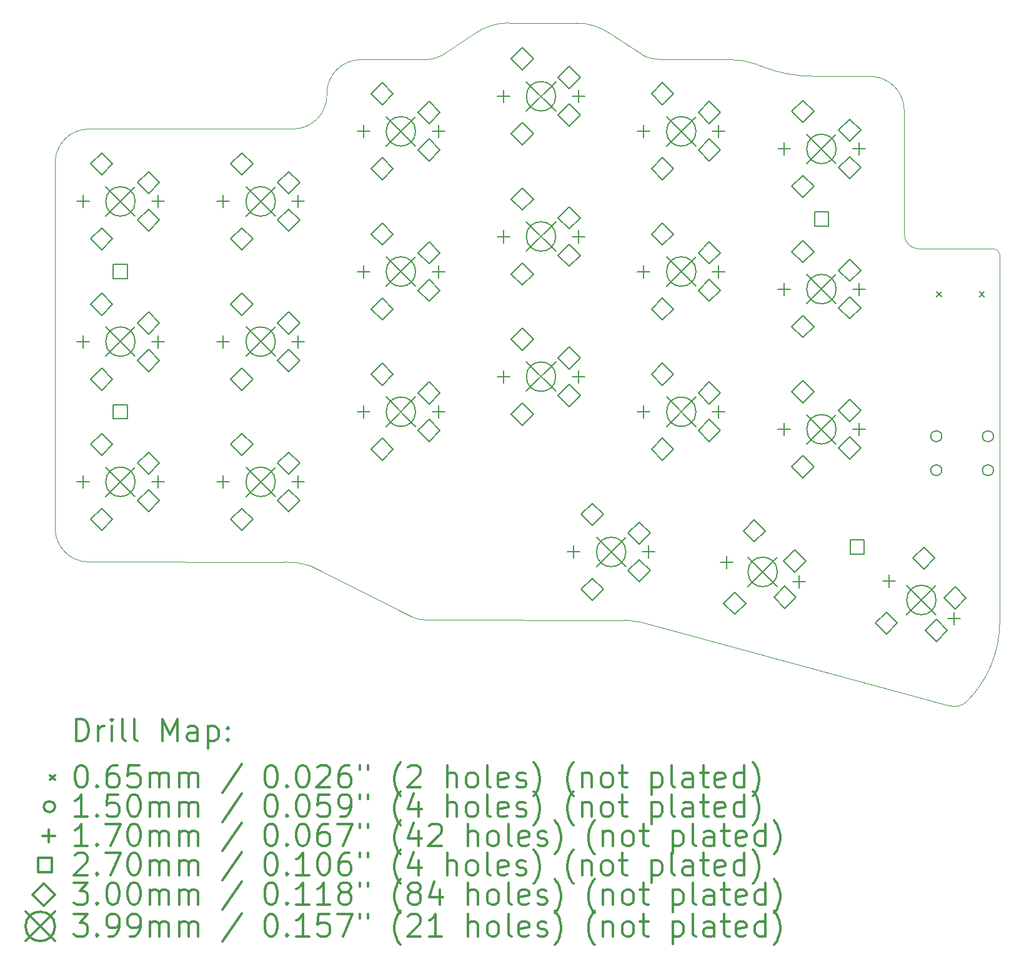
<source format=gbr>
%FSLAX45Y45*%
G04 Gerber Fmt 4.5, Leading zero omitted, Abs format (unit mm)*
G04 Created by KiCad (PCBNEW (5.1.6-0-10_14)) date 2020-09-20 19:37:47*
%MOMM*%
%LPD*%
G01*
G04 APERTURE LIST*
%TA.AperFunction,Profile*%
%ADD10C,0.050000*%
%TD*%
%ADD11C,0.200000*%
%ADD12C,0.300000*%
G04 APERTURE END LIST*
D10*
X12293600Y-4973156D02*
X13258800Y-4978400D01*
X11176000Y-4483100D02*
X10265874Y-4479993D01*
X12293600Y-4973156D02*
G75*
G02*
X12094252Y-4926816I0J451956D01*
G01*
X15621000Y-5664200D02*
X15621000Y-7340600D01*
X14376400Y-5201948D02*
X15163800Y-5207000D01*
X14376400Y-5201948D02*
G75*
G02*
X13716000Y-5080000I0J1849148D01*
G01*
X13606116Y-5036521D02*
X13716000Y-5080000D01*
X13606116Y-5036521D02*
G75*
G03*
X13258800Y-4978400I-347316J-1008679D01*
G01*
X12094252Y-4926816D02*
X11637473Y-4625907D01*
X11176000Y-4483100D02*
G75*
G02*
X11637473Y-4625907I4274J-803207D01*
G01*
X8255000Y-4978400D02*
X8331200Y-4978400D01*
X7340600Y-5918200D02*
X4572000Y-5918200D01*
X16840200Y-7543800D02*
X15824200Y-7543800D01*
X16916400Y-7772400D02*
X16916400Y-7620000D01*
X16840200Y-7543800D02*
G75*
G02*
X16916400Y-7620000I0J-76200D01*
G01*
X15824200Y-7543800D02*
G75*
G02*
X15621000Y-7340600I0J203200D01*
G01*
X15621000Y-5664200D02*
G75*
G03*
X15163800Y-5207000I-457200J0D01*
G01*
X8331200Y-4978400D02*
X9144000Y-4978400D01*
X10265874Y-4479993D02*
G75*
G03*
X9804400Y-4622800I-4274J-803207D01*
G01*
X9347621Y-4923709D02*
X9804400Y-4622800D01*
X9347621Y-4923709D02*
G75*
G02*
X9144000Y-4978400I-203621J351709D01*
G01*
X7797800Y-5461000D02*
X7797800Y-5435600D01*
X8255000Y-4978400D02*
G75*
G03*
X7797800Y-5435600I0J-457200D01*
G01*
X7340600Y-5918200D02*
G75*
G03*
X7797800Y-5461000I0J457200D01*
G01*
X4114800Y-11328400D02*
X4114800Y-6375400D01*
X7213740Y-11788270D02*
X4572000Y-11785600D01*
X4572000Y-5918200D02*
G75*
G03*
X4114800Y-6375400I0J-457200D01*
G01*
X4114800Y-11328400D02*
G75*
G03*
X4572000Y-11785600I457200J0D01*
G01*
X8950779Y-12530164D02*
X7569200Y-11836400D01*
X8950779Y-12530164D02*
G75*
G03*
X9144000Y-12573000I193221J414364D01*
G01*
X11836400Y-12573385D02*
X9144000Y-12573000D01*
X11836400Y-12573385D02*
G75*
G02*
X12039600Y-12598400I0J-837815D01*
G01*
X16247053Y-13735777D02*
X12039600Y-12598400D01*
X7213740Y-11788270D02*
G75*
G02*
X7569200Y-11836400I50660J-962530D01*
G01*
X16247053Y-13735777D02*
G75*
G03*
X16470031Y-13676031I59747J222977D01*
G01*
X16470031Y-13676031D02*
G75*
G03*
X16916400Y-12598400I-1077631J1077631D01*
G01*
X16916400Y-7772400D02*
X16916400Y-12598400D01*
D11*
X16061500Y-8126900D02*
X16126500Y-8191900D01*
X16126500Y-8126900D02*
X16061500Y-8191900D01*
X16639500Y-8126900D02*
X16704500Y-8191900D01*
X16704500Y-8126900D02*
X16639500Y-8191900D01*
X16131400Y-10082400D02*
G75*
G03*
X16131400Y-10082400I-75000J0D01*
G01*
X16131400Y-10542400D02*
G75*
G03*
X16131400Y-10542400I-75000J0D01*
G01*
X16831400Y-10082400D02*
G75*
G03*
X16831400Y-10082400I-75000J0D01*
G01*
X16831400Y-10542400D02*
G75*
G03*
X16831400Y-10542400I-75000J0D01*
G01*
X8292000Y-9664910D02*
X8292000Y-9835090D01*
X8206910Y-9750000D02*
X8377090Y-9750000D01*
X9308000Y-9664910D02*
X9308000Y-9835090D01*
X9222910Y-9750000D02*
X9393090Y-9750000D01*
X13992000Y-8002410D02*
X13992000Y-8172590D01*
X13906910Y-8087500D02*
X14077090Y-8087500D01*
X15008000Y-8002410D02*
X15008000Y-8172590D01*
X14922910Y-8087500D02*
X15093090Y-8087500D01*
X6392000Y-10614910D02*
X6392000Y-10785090D01*
X6306910Y-10700000D02*
X6477090Y-10700000D01*
X7408000Y-10614910D02*
X7408000Y-10785090D01*
X7322910Y-10700000D02*
X7493090Y-10700000D01*
X15413859Y-11962310D02*
X15413859Y-12132490D01*
X15328769Y-12047400D02*
X15498949Y-12047400D01*
X16293741Y-12470310D02*
X16293741Y-12640490D01*
X16208651Y-12555400D02*
X16378831Y-12555400D01*
X10192000Y-5389910D02*
X10192000Y-5560090D01*
X10106910Y-5475000D02*
X10277090Y-5475000D01*
X11208000Y-5389910D02*
X11208000Y-5560090D01*
X11122910Y-5475000D02*
X11293090Y-5475000D01*
X13992000Y-9902410D02*
X13992000Y-10072590D01*
X13906910Y-9987500D02*
X14077090Y-9987500D01*
X15008000Y-9902410D02*
X15008000Y-10072590D01*
X14922910Y-9987500D02*
X15093090Y-9987500D01*
X10192000Y-9189910D02*
X10192000Y-9360090D01*
X10106910Y-9275000D02*
X10277090Y-9275000D01*
X11208000Y-9189910D02*
X11208000Y-9360090D01*
X11122910Y-9275000D02*
X11293090Y-9275000D01*
X12092000Y-7764910D02*
X12092000Y-7935090D01*
X12006910Y-7850000D02*
X12177090Y-7850000D01*
X13108000Y-7764910D02*
X13108000Y-7935090D01*
X13022910Y-7850000D02*
X13193090Y-7850000D01*
X4492000Y-10614910D02*
X4492000Y-10785090D01*
X4406910Y-10700000D02*
X4577090Y-10700000D01*
X5508000Y-10614910D02*
X5508000Y-10785090D01*
X5422910Y-10700000D02*
X5593090Y-10700000D01*
X4492000Y-6814910D02*
X4492000Y-6985090D01*
X4406910Y-6900000D02*
X4577090Y-6900000D01*
X5508000Y-6814910D02*
X5508000Y-6985090D01*
X5422910Y-6900000D02*
X5593090Y-6900000D01*
X13212410Y-11703730D02*
X13212410Y-11873910D01*
X13127320Y-11788820D02*
X13297500Y-11788820D01*
X14193790Y-11966690D02*
X14193790Y-12136870D01*
X14108700Y-12051780D02*
X14278880Y-12051780D01*
X11142000Y-11564910D02*
X11142000Y-11735090D01*
X11056910Y-11650000D02*
X11227090Y-11650000D01*
X12158000Y-11564910D02*
X12158000Y-11735090D01*
X12072910Y-11650000D02*
X12243090Y-11650000D01*
X8292000Y-7764910D02*
X8292000Y-7935090D01*
X8206910Y-7850000D02*
X8377090Y-7850000D01*
X9308000Y-7764910D02*
X9308000Y-7935090D01*
X9222910Y-7850000D02*
X9393090Y-7850000D01*
X8292000Y-5864910D02*
X8292000Y-6035090D01*
X8206910Y-5950000D02*
X8377090Y-5950000D01*
X9308000Y-5864910D02*
X9308000Y-6035090D01*
X9222910Y-5950000D02*
X9393090Y-5950000D01*
X6392000Y-8714910D02*
X6392000Y-8885090D01*
X6306910Y-8800000D02*
X6477090Y-8800000D01*
X7408000Y-8714910D02*
X7408000Y-8885090D01*
X7322910Y-8800000D02*
X7493090Y-8800000D01*
X6392000Y-6814910D02*
X6392000Y-6985090D01*
X6306910Y-6900000D02*
X6477090Y-6900000D01*
X7408000Y-6814910D02*
X7408000Y-6985090D01*
X7322910Y-6900000D02*
X7493090Y-6900000D01*
X13992000Y-6102410D02*
X13992000Y-6272590D01*
X13906910Y-6187500D02*
X14077090Y-6187500D01*
X15008000Y-6102410D02*
X15008000Y-6272590D01*
X14922910Y-6187500D02*
X15093090Y-6187500D01*
X12092000Y-5864910D02*
X12092000Y-6035090D01*
X12006910Y-5950000D02*
X12177090Y-5950000D01*
X13108000Y-5864910D02*
X13108000Y-6035090D01*
X13022910Y-5950000D02*
X13193090Y-5950000D01*
X12092000Y-9664910D02*
X12092000Y-9835090D01*
X12006910Y-9750000D02*
X12177090Y-9750000D01*
X13108000Y-9664910D02*
X13108000Y-9835090D01*
X13022910Y-9750000D02*
X13193090Y-9750000D01*
X10192000Y-7289910D02*
X10192000Y-7460090D01*
X10106910Y-7375000D02*
X10277090Y-7375000D01*
X11208000Y-7289910D02*
X11208000Y-7460090D01*
X11122910Y-7375000D02*
X11293090Y-7375000D01*
X4492000Y-8714910D02*
X4492000Y-8885090D01*
X4406910Y-8800000D02*
X4577090Y-8800000D01*
X5508000Y-8714910D02*
X5508000Y-8885090D01*
X5422910Y-8800000D02*
X5593090Y-8800000D01*
X15081460Y-11677860D02*
X15081460Y-11486940D01*
X14890540Y-11486940D01*
X14890540Y-11677860D01*
X15081460Y-11677860D01*
X14595460Y-7232960D02*
X14595460Y-7042040D01*
X14404540Y-7042040D01*
X14404540Y-7232960D01*
X14595460Y-7232960D01*
X5095460Y-7945460D02*
X5095460Y-7754540D01*
X4904540Y-7754540D01*
X4904540Y-7945460D01*
X5095460Y-7945460D01*
X5095460Y-9845460D02*
X5095460Y-9654540D01*
X4904540Y-9654540D01*
X4904540Y-9845460D01*
X5095460Y-9845460D01*
X14246000Y-5829500D02*
X14396000Y-5679500D01*
X14246000Y-5529500D01*
X14096000Y-5679500D01*
X14246000Y-5829500D01*
X14246000Y-6845500D02*
X14396000Y-6695500D01*
X14246000Y-6545500D01*
X14096000Y-6695500D01*
X14246000Y-6845500D01*
X14881000Y-6083500D02*
X15031000Y-5933500D01*
X14881000Y-5783500D01*
X14731000Y-5933500D01*
X14881000Y-6083500D01*
X14881000Y-6591500D02*
X15031000Y-6441500D01*
X14881000Y-6291500D01*
X14731000Y-6441500D01*
X14881000Y-6591500D01*
X12346000Y-5592000D02*
X12496000Y-5442000D01*
X12346000Y-5292000D01*
X12196000Y-5442000D01*
X12346000Y-5592000D01*
X12346000Y-6608000D02*
X12496000Y-6458000D01*
X12346000Y-6308000D01*
X12196000Y-6458000D01*
X12346000Y-6608000D01*
X12981000Y-5846000D02*
X13131000Y-5696000D01*
X12981000Y-5546000D01*
X12831000Y-5696000D01*
X12981000Y-5846000D01*
X12981000Y-6354000D02*
X13131000Y-6204000D01*
X12981000Y-6054000D01*
X12831000Y-6204000D01*
X12981000Y-6354000D01*
X12346000Y-9392000D02*
X12496000Y-9242000D01*
X12346000Y-9092000D01*
X12196000Y-9242000D01*
X12346000Y-9392000D01*
X12346000Y-10408000D02*
X12496000Y-10258000D01*
X12346000Y-10108000D01*
X12196000Y-10258000D01*
X12346000Y-10408000D01*
X12981000Y-9646000D02*
X13131000Y-9496000D01*
X12981000Y-9346000D01*
X12831000Y-9496000D01*
X12981000Y-9646000D01*
X12981000Y-10154000D02*
X13131000Y-10004000D01*
X12981000Y-9854000D01*
X12831000Y-10004000D01*
X12981000Y-10154000D01*
X10446000Y-7017000D02*
X10596000Y-6867000D01*
X10446000Y-6717000D01*
X10296000Y-6867000D01*
X10446000Y-7017000D01*
X10446000Y-8033000D02*
X10596000Y-7883000D01*
X10446000Y-7733000D01*
X10296000Y-7883000D01*
X10446000Y-8033000D01*
X11081000Y-7271000D02*
X11231000Y-7121000D01*
X11081000Y-6971000D01*
X10931000Y-7121000D01*
X11081000Y-7271000D01*
X11081000Y-7779000D02*
X11231000Y-7629000D01*
X11081000Y-7479000D01*
X10931000Y-7629000D01*
X11081000Y-7779000D01*
X4746000Y-8442000D02*
X4896000Y-8292000D01*
X4746000Y-8142000D01*
X4596000Y-8292000D01*
X4746000Y-8442000D01*
X4746000Y-9458000D02*
X4896000Y-9308000D01*
X4746000Y-9158000D01*
X4596000Y-9308000D01*
X4746000Y-9458000D01*
X5381000Y-8696000D02*
X5531000Y-8546000D01*
X5381000Y-8396000D01*
X5231000Y-8546000D01*
X5381000Y-8696000D01*
X5381000Y-9204000D02*
X5531000Y-9054000D01*
X5381000Y-8904000D01*
X5231000Y-9054000D01*
X5381000Y-9204000D01*
X8546000Y-9392000D02*
X8696000Y-9242000D01*
X8546000Y-9092000D01*
X8396000Y-9242000D01*
X8546000Y-9392000D01*
X8546000Y-10408000D02*
X8696000Y-10258000D01*
X8546000Y-10108000D01*
X8396000Y-10258000D01*
X8546000Y-10408000D01*
X9181000Y-9646000D02*
X9331000Y-9496000D01*
X9181000Y-9346000D01*
X9031000Y-9496000D01*
X9181000Y-9646000D01*
X9181000Y-10154000D02*
X9331000Y-10004000D01*
X9181000Y-9854000D01*
X9031000Y-10004000D01*
X9181000Y-10154000D01*
X14246000Y-7729500D02*
X14396000Y-7579500D01*
X14246000Y-7429500D01*
X14096000Y-7579500D01*
X14246000Y-7729500D01*
X14246000Y-8745500D02*
X14396000Y-8595500D01*
X14246000Y-8445500D01*
X14096000Y-8595500D01*
X14246000Y-8745500D01*
X14881000Y-7983500D02*
X15031000Y-7833500D01*
X14881000Y-7683500D01*
X14731000Y-7833500D01*
X14881000Y-7983500D01*
X14881000Y-8491500D02*
X15031000Y-8341500D01*
X14881000Y-8191500D01*
X14731000Y-8341500D01*
X14881000Y-8491500D01*
X6646000Y-10342000D02*
X6796000Y-10192000D01*
X6646000Y-10042000D01*
X6496000Y-10192000D01*
X6646000Y-10342000D01*
X6646000Y-11358000D02*
X6796000Y-11208000D01*
X6646000Y-11058000D01*
X6496000Y-11208000D01*
X6646000Y-11358000D01*
X7281000Y-10596000D02*
X7431000Y-10446000D01*
X7281000Y-10296000D01*
X7131000Y-10446000D01*
X7281000Y-10596000D01*
X7281000Y-11104000D02*
X7431000Y-10954000D01*
X7281000Y-10804000D01*
X7131000Y-10954000D01*
X7281000Y-11104000D01*
X15379829Y-12764341D02*
X15529829Y-12614341D01*
X15379829Y-12464341D01*
X15229829Y-12614341D01*
X15379829Y-12764341D01*
X15887829Y-11884459D02*
X16037829Y-11734459D01*
X15887829Y-11584459D01*
X15737829Y-11734459D01*
X15887829Y-11884459D01*
X16056756Y-12861870D02*
X16206756Y-12711870D01*
X16056756Y-12561870D01*
X15906756Y-12711870D01*
X16056756Y-12861870D01*
X16310756Y-12421929D02*
X16460756Y-12271929D01*
X16310756Y-12121929D01*
X16160756Y-12271929D01*
X16310756Y-12421929D01*
X10446000Y-5117000D02*
X10596000Y-4967000D01*
X10446000Y-4817000D01*
X10296000Y-4967000D01*
X10446000Y-5117000D01*
X10446000Y-6133000D02*
X10596000Y-5983000D01*
X10446000Y-5833000D01*
X10296000Y-5983000D01*
X10446000Y-6133000D01*
X11081000Y-5371000D02*
X11231000Y-5221000D01*
X11081000Y-5071000D01*
X10931000Y-5221000D01*
X11081000Y-5371000D01*
X11081000Y-5879000D02*
X11231000Y-5729000D01*
X11081000Y-5579000D01*
X10931000Y-5729000D01*
X11081000Y-5879000D01*
X14246000Y-9629500D02*
X14396000Y-9479500D01*
X14246000Y-9329500D01*
X14096000Y-9479500D01*
X14246000Y-9629500D01*
X14246000Y-10645500D02*
X14396000Y-10495500D01*
X14246000Y-10345500D01*
X14096000Y-10495500D01*
X14246000Y-10645500D01*
X14881000Y-9883500D02*
X15031000Y-9733500D01*
X14881000Y-9583500D01*
X14731000Y-9733500D01*
X14881000Y-9883500D01*
X14881000Y-10391500D02*
X15031000Y-10241500D01*
X14881000Y-10091500D01*
X14731000Y-10241500D01*
X14881000Y-10391500D01*
X10446000Y-8917000D02*
X10596000Y-8767000D01*
X10446000Y-8617000D01*
X10296000Y-8767000D01*
X10446000Y-8917000D01*
X10446000Y-9933000D02*
X10596000Y-9783000D01*
X10446000Y-9633000D01*
X10296000Y-9783000D01*
X10446000Y-9933000D01*
X11081000Y-9171000D02*
X11231000Y-9021000D01*
X11081000Y-8871000D01*
X10931000Y-9021000D01*
X11081000Y-9171000D01*
X11081000Y-9679000D02*
X11231000Y-9529000D01*
X11081000Y-9379000D01*
X10931000Y-9529000D01*
X11081000Y-9679000D01*
X12346000Y-7492000D02*
X12496000Y-7342000D01*
X12346000Y-7192000D01*
X12196000Y-7342000D01*
X12346000Y-7492000D01*
X12346000Y-8508000D02*
X12496000Y-8358000D01*
X12346000Y-8208000D01*
X12196000Y-8358000D01*
X12346000Y-8508000D01*
X12981000Y-7746000D02*
X13131000Y-7596000D01*
X12981000Y-7446000D01*
X12831000Y-7596000D01*
X12981000Y-7746000D01*
X12981000Y-8254000D02*
X13131000Y-8104000D01*
X12981000Y-7954000D01*
X12831000Y-8104000D01*
X12981000Y-8254000D01*
X4746000Y-10342000D02*
X4896000Y-10192000D01*
X4746000Y-10042000D01*
X4596000Y-10192000D01*
X4746000Y-10342000D01*
X4746000Y-11358000D02*
X4896000Y-11208000D01*
X4746000Y-11058000D01*
X4596000Y-11208000D01*
X4746000Y-11358000D01*
X5381000Y-10596000D02*
X5531000Y-10446000D01*
X5381000Y-10296000D01*
X5231000Y-10446000D01*
X5381000Y-10596000D01*
X5381000Y-11104000D02*
X5531000Y-10954000D01*
X5381000Y-10804000D01*
X5231000Y-10954000D01*
X5381000Y-11104000D01*
X4746000Y-6542000D02*
X4896000Y-6392000D01*
X4746000Y-6242000D01*
X4596000Y-6392000D01*
X4746000Y-6542000D01*
X4746000Y-7558000D02*
X4896000Y-7408000D01*
X4746000Y-7258000D01*
X4596000Y-7408000D01*
X4746000Y-7558000D01*
X5381000Y-6796000D02*
X5531000Y-6646000D01*
X5381000Y-6496000D01*
X5231000Y-6646000D01*
X5381000Y-6796000D01*
X5381000Y-7304000D02*
X5531000Y-7154000D01*
X5381000Y-7004000D01*
X5231000Y-7154000D01*
X5381000Y-7304000D01*
X13326275Y-12495250D02*
X13476275Y-12345250D01*
X13326275Y-12195250D01*
X13176275Y-12345250D01*
X13326275Y-12495250D01*
X13589235Y-11513870D02*
X13739235Y-11363870D01*
X13589235Y-11213870D01*
X13439235Y-11363870D01*
X13589235Y-11513870D01*
X14005378Y-12414255D02*
X14155378Y-12264255D01*
X14005378Y-12114255D01*
X13855378Y-12264255D01*
X14005378Y-12414255D01*
X14136858Y-11923565D02*
X14286858Y-11773565D01*
X14136858Y-11623565D01*
X13986858Y-11773565D01*
X14136858Y-11923565D01*
X11396000Y-11292000D02*
X11546000Y-11142000D01*
X11396000Y-10992000D01*
X11246000Y-11142000D01*
X11396000Y-11292000D01*
X11396000Y-12308000D02*
X11546000Y-12158000D01*
X11396000Y-12008000D01*
X11246000Y-12158000D01*
X11396000Y-12308000D01*
X12031000Y-11546000D02*
X12181000Y-11396000D01*
X12031000Y-11246000D01*
X11881000Y-11396000D01*
X12031000Y-11546000D01*
X12031000Y-12054000D02*
X12181000Y-11904000D01*
X12031000Y-11754000D01*
X11881000Y-11904000D01*
X12031000Y-12054000D01*
X8546000Y-7492000D02*
X8696000Y-7342000D01*
X8546000Y-7192000D01*
X8396000Y-7342000D01*
X8546000Y-7492000D01*
X8546000Y-8508000D02*
X8696000Y-8358000D01*
X8546000Y-8208000D01*
X8396000Y-8358000D01*
X8546000Y-8508000D01*
X9181000Y-7746000D02*
X9331000Y-7596000D01*
X9181000Y-7446000D01*
X9031000Y-7596000D01*
X9181000Y-7746000D01*
X9181000Y-8254000D02*
X9331000Y-8104000D01*
X9181000Y-7954000D01*
X9031000Y-8104000D01*
X9181000Y-8254000D01*
X8546000Y-5592000D02*
X8696000Y-5442000D01*
X8546000Y-5292000D01*
X8396000Y-5442000D01*
X8546000Y-5592000D01*
X8546000Y-6608000D02*
X8696000Y-6458000D01*
X8546000Y-6308000D01*
X8396000Y-6458000D01*
X8546000Y-6608000D01*
X9181000Y-5846000D02*
X9331000Y-5696000D01*
X9181000Y-5546000D01*
X9031000Y-5696000D01*
X9181000Y-5846000D01*
X9181000Y-6354000D02*
X9331000Y-6204000D01*
X9181000Y-6054000D01*
X9031000Y-6204000D01*
X9181000Y-6354000D01*
X6646000Y-8442000D02*
X6796000Y-8292000D01*
X6646000Y-8142000D01*
X6496000Y-8292000D01*
X6646000Y-8442000D01*
X6646000Y-9458000D02*
X6796000Y-9308000D01*
X6646000Y-9158000D01*
X6496000Y-9308000D01*
X6646000Y-9458000D01*
X7281000Y-8696000D02*
X7431000Y-8546000D01*
X7281000Y-8396000D01*
X7131000Y-8546000D01*
X7281000Y-8696000D01*
X7281000Y-9204000D02*
X7431000Y-9054000D01*
X7281000Y-8904000D01*
X7131000Y-9054000D01*
X7281000Y-9204000D01*
X6646000Y-6542000D02*
X6796000Y-6392000D01*
X6646000Y-6242000D01*
X6496000Y-6392000D01*
X6646000Y-6542000D01*
X6646000Y-7558000D02*
X6796000Y-7408000D01*
X6646000Y-7258000D01*
X6496000Y-7408000D01*
X6646000Y-7558000D01*
X7281000Y-6796000D02*
X7431000Y-6646000D01*
X7281000Y-6496000D01*
X7131000Y-6646000D01*
X7281000Y-6796000D01*
X7281000Y-7304000D02*
X7431000Y-7154000D01*
X7281000Y-7004000D01*
X7131000Y-7154000D01*
X7281000Y-7304000D01*
X6700610Y-8600610D02*
X7099390Y-8999390D01*
X7099390Y-8600610D02*
X6700610Y-8999390D01*
X7099390Y-8800000D02*
G75*
G03*
X7099390Y-8800000I-199390J0D01*
G01*
X6700610Y-6700610D02*
X7099390Y-7099390D01*
X7099390Y-6700610D02*
X6700610Y-7099390D01*
X7099390Y-6900000D02*
G75*
G03*
X7099390Y-6900000I-199390J0D01*
G01*
X14300610Y-5988110D02*
X14699390Y-6386890D01*
X14699390Y-5988110D02*
X14300610Y-6386890D01*
X14699390Y-6187500D02*
G75*
G03*
X14699390Y-6187500I-199390J0D01*
G01*
X4800610Y-8600610D02*
X5199390Y-8999390D01*
X5199390Y-8600610D02*
X4800610Y-8999390D01*
X5199390Y-8800000D02*
G75*
G03*
X5199390Y-8800000I-199390J0D01*
G01*
X14300610Y-7888110D02*
X14699390Y-8286890D01*
X14699390Y-7888110D02*
X14300610Y-8286890D01*
X14699390Y-8087500D02*
G75*
G03*
X14699390Y-8087500I-199390J0D01*
G01*
X6700610Y-10500610D02*
X7099390Y-10899390D01*
X7099390Y-10500610D02*
X6700610Y-10899390D01*
X7099390Y-10700000D02*
G75*
G03*
X7099390Y-10700000I-199390J0D01*
G01*
X4800610Y-10500610D02*
X5199390Y-10899390D01*
X5199390Y-10500610D02*
X4800610Y-10899390D01*
X5199390Y-10700000D02*
G75*
G03*
X5199390Y-10700000I-199390J0D01*
G01*
X8600610Y-5750610D02*
X8999390Y-6149390D01*
X8999390Y-5750610D02*
X8600610Y-6149390D01*
X8999390Y-5950000D02*
G75*
G03*
X8999390Y-5950000I-199390J0D01*
G01*
X12400610Y-9550610D02*
X12799390Y-9949390D01*
X12799390Y-9550610D02*
X12400610Y-9949390D01*
X12799390Y-9750000D02*
G75*
G03*
X12799390Y-9750000I-199390J0D01*
G01*
X14300610Y-9788110D02*
X14699390Y-10186890D01*
X14699390Y-9788110D02*
X14300610Y-10186890D01*
X14699390Y-9987500D02*
G75*
G03*
X14699390Y-9987500I-199390J0D01*
G01*
X12400610Y-7650610D02*
X12799390Y-8049390D01*
X12799390Y-7650610D02*
X12400610Y-8049390D01*
X12799390Y-7850000D02*
G75*
G03*
X12799390Y-7850000I-199390J0D01*
G01*
X11450610Y-11450610D02*
X11849390Y-11849390D01*
X11849390Y-11450610D02*
X11450610Y-11849390D01*
X11849390Y-11650000D02*
G75*
G03*
X11849390Y-11650000I-199390J0D01*
G01*
X8600610Y-7650610D02*
X8999390Y-8049390D01*
X8999390Y-7650610D02*
X8600610Y-8049390D01*
X8999390Y-7850000D02*
G75*
G03*
X8999390Y-7850000I-199390J0D01*
G01*
X12400610Y-5750610D02*
X12799390Y-6149390D01*
X12799390Y-5750610D02*
X12400610Y-6149390D01*
X12799390Y-5950000D02*
G75*
G03*
X12799390Y-5950000I-199390J0D01*
G01*
X8600610Y-9550610D02*
X8999390Y-9949390D01*
X8999390Y-9550610D02*
X8600610Y-9949390D01*
X8999390Y-9750000D02*
G75*
G03*
X8999390Y-9750000I-199390J0D01*
G01*
X15654410Y-12102010D02*
X16053190Y-12500790D01*
X16053190Y-12102010D02*
X15654410Y-12500790D01*
X16053190Y-12301400D02*
G75*
G03*
X16053190Y-12301400I-199390J0D01*
G01*
X10500610Y-5275610D02*
X10899390Y-5674390D01*
X10899390Y-5275610D02*
X10500610Y-5674390D01*
X10899390Y-5475000D02*
G75*
G03*
X10899390Y-5475000I-199390J0D01*
G01*
X10500610Y-9075610D02*
X10899390Y-9474390D01*
X10899390Y-9075610D02*
X10500610Y-9474390D01*
X10899390Y-9275000D02*
G75*
G03*
X10899390Y-9275000I-199390J0D01*
G01*
X4800610Y-6700610D02*
X5199390Y-7099390D01*
X5199390Y-6700610D02*
X4800610Y-7099390D01*
X5199390Y-6900000D02*
G75*
G03*
X5199390Y-6900000I-199390J0D01*
G01*
X13503710Y-11720910D02*
X13902490Y-12119690D01*
X13902490Y-11720910D02*
X13503710Y-12119690D01*
X13902490Y-11920300D02*
G75*
G03*
X13902490Y-11920300I-199390J0D01*
G01*
X10500610Y-7175610D02*
X10899390Y-7574390D01*
X10899390Y-7175610D02*
X10500610Y-7574390D01*
X10899390Y-7375000D02*
G75*
G03*
X10899390Y-7375000I-199390J0D01*
G01*
D12*
X4398728Y-14211857D02*
X4398728Y-13911857D01*
X4470157Y-13911857D01*
X4513014Y-13926143D01*
X4541586Y-13954714D01*
X4555871Y-13983286D01*
X4570157Y-14040429D01*
X4570157Y-14083286D01*
X4555871Y-14140429D01*
X4541586Y-14169000D01*
X4513014Y-14197571D01*
X4470157Y-14211857D01*
X4398728Y-14211857D01*
X4698728Y-14211857D02*
X4698728Y-14011857D01*
X4698728Y-14069000D02*
X4713014Y-14040429D01*
X4727300Y-14026143D01*
X4755871Y-14011857D01*
X4784443Y-14011857D01*
X4884443Y-14211857D02*
X4884443Y-14011857D01*
X4884443Y-13911857D02*
X4870157Y-13926143D01*
X4884443Y-13940429D01*
X4898728Y-13926143D01*
X4884443Y-13911857D01*
X4884443Y-13940429D01*
X5070157Y-14211857D02*
X5041586Y-14197571D01*
X5027300Y-14169000D01*
X5027300Y-13911857D01*
X5227300Y-14211857D02*
X5198728Y-14197571D01*
X5184443Y-14169000D01*
X5184443Y-13911857D01*
X5570157Y-14211857D02*
X5570157Y-13911857D01*
X5670157Y-14126143D01*
X5770157Y-13911857D01*
X5770157Y-14211857D01*
X6041586Y-14211857D02*
X6041586Y-14054714D01*
X6027300Y-14026143D01*
X5998728Y-14011857D01*
X5941586Y-14011857D01*
X5913014Y-14026143D01*
X6041586Y-14197571D02*
X6013014Y-14211857D01*
X5941586Y-14211857D01*
X5913014Y-14197571D01*
X5898728Y-14169000D01*
X5898728Y-14140429D01*
X5913014Y-14111857D01*
X5941586Y-14097571D01*
X6013014Y-14097571D01*
X6041586Y-14083286D01*
X6184443Y-14011857D02*
X6184443Y-14311857D01*
X6184443Y-14026143D02*
X6213014Y-14011857D01*
X6270157Y-14011857D01*
X6298728Y-14026143D01*
X6313014Y-14040429D01*
X6327300Y-14069000D01*
X6327300Y-14154714D01*
X6313014Y-14183286D01*
X6298728Y-14197571D01*
X6270157Y-14211857D01*
X6213014Y-14211857D01*
X6184443Y-14197571D01*
X6455871Y-14183286D02*
X6470157Y-14197571D01*
X6455871Y-14211857D01*
X6441586Y-14197571D01*
X6455871Y-14183286D01*
X6455871Y-14211857D01*
X6455871Y-14026143D02*
X6470157Y-14040429D01*
X6455871Y-14054714D01*
X6441586Y-14040429D01*
X6455871Y-14026143D01*
X6455871Y-14054714D01*
X4047300Y-14673643D02*
X4112300Y-14738643D01*
X4112300Y-14673643D02*
X4047300Y-14738643D01*
X4455871Y-14541857D02*
X4484443Y-14541857D01*
X4513014Y-14556143D01*
X4527300Y-14570429D01*
X4541586Y-14599000D01*
X4555871Y-14656143D01*
X4555871Y-14727571D01*
X4541586Y-14784714D01*
X4527300Y-14813286D01*
X4513014Y-14827571D01*
X4484443Y-14841857D01*
X4455871Y-14841857D01*
X4427300Y-14827571D01*
X4413014Y-14813286D01*
X4398728Y-14784714D01*
X4384443Y-14727571D01*
X4384443Y-14656143D01*
X4398728Y-14599000D01*
X4413014Y-14570429D01*
X4427300Y-14556143D01*
X4455871Y-14541857D01*
X4684443Y-14813286D02*
X4698728Y-14827571D01*
X4684443Y-14841857D01*
X4670157Y-14827571D01*
X4684443Y-14813286D01*
X4684443Y-14841857D01*
X4955871Y-14541857D02*
X4898728Y-14541857D01*
X4870157Y-14556143D01*
X4855871Y-14570429D01*
X4827300Y-14613286D01*
X4813014Y-14670429D01*
X4813014Y-14784714D01*
X4827300Y-14813286D01*
X4841586Y-14827571D01*
X4870157Y-14841857D01*
X4927300Y-14841857D01*
X4955871Y-14827571D01*
X4970157Y-14813286D01*
X4984443Y-14784714D01*
X4984443Y-14713286D01*
X4970157Y-14684714D01*
X4955871Y-14670429D01*
X4927300Y-14656143D01*
X4870157Y-14656143D01*
X4841586Y-14670429D01*
X4827300Y-14684714D01*
X4813014Y-14713286D01*
X5255871Y-14541857D02*
X5113014Y-14541857D01*
X5098728Y-14684714D01*
X5113014Y-14670429D01*
X5141586Y-14656143D01*
X5213014Y-14656143D01*
X5241586Y-14670429D01*
X5255871Y-14684714D01*
X5270157Y-14713286D01*
X5270157Y-14784714D01*
X5255871Y-14813286D01*
X5241586Y-14827571D01*
X5213014Y-14841857D01*
X5141586Y-14841857D01*
X5113014Y-14827571D01*
X5098728Y-14813286D01*
X5398728Y-14841857D02*
X5398728Y-14641857D01*
X5398728Y-14670429D02*
X5413014Y-14656143D01*
X5441586Y-14641857D01*
X5484443Y-14641857D01*
X5513014Y-14656143D01*
X5527300Y-14684714D01*
X5527300Y-14841857D01*
X5527300Y-14684714D02*
X5541586Y-14656143D01*
X5570157Y-14641857D01*
X5613014Y-14641857D01*
X5641586Y-14656143D01*
X5655871Y-14684714D01*
X5655871Y-14841857D01*
X5798728Y-14841857D02*
X5798728Y-14641857D01*
X5798728Y-14670429D02*
X5813014Y-14656143D01*
X5841586Y-14641857D01*
X5884443Y-14641857D01*
X5913014Y-14656143D01*
X5927300Y-14684714D01*
X5927300Y-14841857D01*
X5927300Y-14684714D02*
X5941586Y-14656143D01*
X5970157Y-14641857D01*
X6013014Y-14641857D01*
X6041586Y-14656143D01*
X6055871Y-14684714D01*
X6055871Y-14841857D01*
X6641586Y-14527571D02*
X6384443Y-14913286D01*
X7027300Y-14541857D02*
X7055871Y-14541857D01*
X7084443Y-14556143D01*
X7098728Y-14570429D01*
X7113014Y-14599000D01*
X7127300Y-14656143D01*
X7127300Y-14727571D01*
X7113014Y-14784714D01*
X7098728Y-14813286D01*
X7084443Y-14827571D01*
X7055871Y-14841857D01*
X7027300Y-14841857D01*
X6998728Y-14827571D01*
X6984443Y-14813286D01*
X6970157Y-14784714D01*
X6955871Y-14727571D01*
X6955871Y-14656143D01*
X6970157Y-14599000D01*
X6984443Y-14570429D01*
X6998728Y-14556143D01*
X7027300Y-14541857D01*
X7255871Y-14813286D02*
X7270157Y-14827571D01*
X7255871Y-14841857D01*
X7241586Y-14827571D01*
X7255871Y-14813286D01*
X7255871Y-14841857D01*
X7455871Y-14541857D02*
X7484443Y-14541857D01*
X7513014Y-14556143D01*
X7527300Y-14570429D01*
X7541586Y-14599000D01*
X7555871Y-14656143D01*
X7555871Y-14727571D01*
X7541586Y-14784714D01*
X7527300Y-14813286D01*
X7513014Y-14827571D01*
X7484443Y-14841857D01*
X7455871Y-14841857D01*
X7427300Y-14827571D01*
X7413014Y-14813286D01*
X7398728Y-14784714D01*
X7384443Y-14727571D01*
X7384443Y-14656143D01*
X7398728Y-14599000D01*
X7413014Y-14570429D01*
X7427300Y-14556143D01*
X7455871Y-14541857D01*
X7670157Y-14570429D02*
X7684443Y-14556143D01*
X7713014Y-14541857D01*
X7784443Y-14541857D01*
X7813014Y-14556143D01*
X7827300Y-14570429D01*
X7841586Y-14599000D01*
X7841586Y-14627571D01*
X7827300Y-14670429D01*
X7655871Y-14841857D01*
X7841586Y-14841857D01*
X8098728Y-14541857D02*
X8041586Y-14541857D01*
X8013014Y-14556143D01*
X7998728Y-14570429D01*
X7970157Y-14613286D01*
X7955871Y-14670429D01*
X7955871Y-14784714D01*
X7970157Y-14813286D01*
X7984443Y-14827571D01*
X8013014Y-14841857D01*
X8070157Y-14841857D01*
X8098728Y-14827571D01*
X8113014Y-14813286D01*
X8127300Y-14784714D01*
X8127300Y-14713286D01*
X8113014Y-14684714D01*
X8098728Y-14670429D01*
X8070157Y-14656143D01*
X8013014Y-14656143D01*
X7984443Y-14670429D01*
X7970157Y-14684714D01*
X7955871Y-14713286D01*
X8241586Y-14541857D02*
X8241586Y-14599000D01*
X8355871Y-14541857D02*
X8355871Y-14599000D01*
X8798728Y-14956143D02*
X8784443Y-14941857D01*
X8755871Y-14899000D01*
X8741586Y-14870429D01*
X8727300Y-14827571D01*
X8713014Y-14756143D01*
X8713014Y-14699000D01*
X8727300Y-14627571D01*
X8741586Y-14584714D01*
X8755871Y-14556143D01*
X8784443Y-14513286D01*
X8798728Y-14499000D01*
X8898728Y-14570429D02*
X8913014Y-14556143D01*
X8941586Y-14541857D01*
X9013014Y-14541857D01*
X9041586Y-14556143D01*
X9055871Y-14570429D01*
X9070157Y-14599000D01*
X9070157Y-14627571D01*
X9055871Y-14670429D01*
X8884443Y-14841857D01*
X9070157Y-14841857D01*
X9427300Y-14841857D02*
X9427300Y-14541857D01*
X9555871Y-14841857D02*
X9555871Y-14684714D01*
X9541586Y-14656143D01*
X9513014Y-14641857D01*
X9470157Y-14641857D01*
X9441586Y-14656143D01*
X9427300Y-14670429D01*
X9741586Y-14841857D02*
X9713014Y-14827571D01*
X9698728Y-14813286D01*
X9684443Y-14784714D01*
X9684443Y-14699000D01*
X9698728Y-14670429D01*
X9713014Y-14656143D01*
X9741586Y-14641857D01*
X9784443Y-14641857D01*
X9813014Y-14656143D01*
X9827300Y-14670429D01*
X9841586Y-14699000D01*
X9841586Y-14784714D01*
X9827300Y-14813286D01*
X9813014Y-14827571D01*
X9784443Y-14841857D01*
X9741586Y-14841857D01*
X10013014Y-14841857D02*
X9984443Y-14827571D01*
X9970157Y-14799000D01*
X9970157Y-14541857D01*
X10241586Y-14827571D02*
X10213014Y-14841857D01*
X10155871Y-14841857D01*
X10127300Y-14827571D01*
X10113014Y-14799000D01*
X10113014Y-14684714D01*
X10127300Y-14656143D01*
X10155871Y-14641857D01*
X10213014Y-14641857D01*
X10241586Y-14656143D01*
X10255871Y-14684714D01*
X10255871Y-14713286D01*
X10113014Y-14741857D01*
X10370157Y-14827571D02*
X10398728Y-14841857D01*
X10455871Y-14841857D01*
X10484443Y-14827571D01*
X10498728Y-14799000D01*
X10498728Y-14784714D01*
X10484443Y-14756143D01*
X10455871Y-14741857D01*
X10413014Y-14741857D01*
X10384443Y-14727571D01*
X10370157Y-14699000D01*
X10370157Y-14684714D01*
X10384443Y-14656143D01*
X10413014Y-14641857D01*
X10455871Y-14641857D01*
X10484443Y-14656143D01*
X10598728Y-14956143D02*
X10613014Y-14941857D01*
X10641586Y-14899000D01*
X10655871Y-14870429D01*
X10670157Y-14827571D01*
X10684443Y-14756143D01*
X10684443Y-14699000D01*
X10670157Y-14627571D01*
X10655871Y-14584714D01*
X10641586Y-14556143D01*
X10613014Y-14513286D01*
X10598728Y-14499000D01*
X11141586Y-14956143D02*
X11127300Y-14941857D01*
X11098728Y-14899000D01*
X11084443Y-14870429D01*
X11070157Y-14827571D01*
X11055871Y-14756143D01*
X11055871Y-14699000D01*
X11070157Y-14627571D01*
X11084443Y-14584714D01*
X11098728Y-14556143D01*
X11127300Y-14513286D01*
X11141586Y-14499000D01*
X11255871Y-14641857D02*
X11255871Y-14841857D01*
X11255871Y-14670429D02*
X11270157Y-14656143D01*
X11298728Y-14641857D01*
X11341586Y-14641857D01*
X11370157Y-14656143D01*
X11384443Y-14684714D01*
X11384443Y-14841857D01*
X11570157Y-14841857D02*
X11541586Y-14827571D01*
X11527300Y-14813286D01*
X11513014Y-14784714D01*
X11513014Y-14699000D01*
X11527300Y-14670429D01*
X11541586Y-14656143D01*
X11570157Y-14641857D01*
X11613014Y-14641857D01*
X11641586Y-14656143D01*
X11655871Y-14670429D01*
X11670157Y-14699000D01*
X11670157Y-14784714D01*
X11655871Y-14813286D01*
X11641586Y-14827571D01*
X11613014Y-14841857D01*
X11570157Y-14841857D01*
X11755871Y-14641857D02*
X11870157Y-14641857D01*
X11798728Y-14541857D02*
X11798728Y-14799000D01*
X11813014Y-14827571D01*
X11841586Y-14841857D01*
X11870157Y-14841857D01*
X12198728Y-14641857D02*
X12198728Y-14941857D01*
X12198728Y-14656143D02*
X12227300Y-14641857D01*
X12284443Y-14641857D01*
X12313014Y-14656143D01*
X12327300Y-14670429D01*
X12341586Y-14699000D01*
X12341586Y-14784714D01*
X12327300Y-14813286D01*
X12313014Y-14827571D01*
X12284443Y-14841857D01*
X12227300Y-14841857D01*
X12198728Y-14827571D01*
X12513014Y-14841857D02*
X12484443Y-14827571D01*
X12470157Y-14799000D01*
X12470157Y-14541857D01*
X12755871Y-14841857D02*
X12755871Y-14684714D01*
X12741586Y-14656143D01*
X12713014Y-14641857D01*
X12655871Y-14641857D01*
X12627300Y-14656143D01*
X12755871Y-14827571D02*
X12727300Y-14841857D01*
X12655871Y-14841857D01*
X12627300Y-14827571D01*
X12613014Y-14799000D01*
X12613014Y-14770429D01*
X12627300Y-14741857D01*
X12655871Y-14727571D01*
X12727300Y-14727571D01*
X12755871Y-14713286D01*
X12855871Y-14641857D02*
X12970157Y-14641857D01*
X12898728Y-14541857D02*
X12898728Y-14799000D01*
X12913014Y-14827571D01*
X12941586Y-14841857D01*
X12970157Y-14841857D01*
X13184443Y-14827571D02*
X13155871Y-14841857D01*
X13098728Y-14841857D01*
X13070157Y-14827571D01*
X13055871Y-14799000D01*
X13055871Y-14684714D01*
X13070157Y-14656143D01*
X13098728Y-14641857D01*
X13155871Y-14641857D01*
X13184443Y-14656143D01*
X13198728Y-14684714D01*
X13198728Y-14713286D01*
X13055871Y-14741857D01*
X13455871Y-14841857D02*
X13455871Y-14541857D01*
X13455871Y-14827571D02*
X13427300Y-14841857D01*
X13370157Y-14841857D01*
X13341586Y-14827571D01*
X13327300Y-14813286D01*
X13313014Y-14784714D01*
X13313014Y-14699000D01*
X13327300Y-14670429D01*
X13341586Y-14656143D01*
X13370157Y-14641857D01*
X13427300Y-14641857D01*
X13455871Y-14656143D01*
X13570157Y-14956143D02*
X13584443Y-14941857D01*
X13613014Y-14899000D01*
X13627300Y-14870429D01*
X13641586Y-14827571D01*
X13655871Y-14756143D01*
X13655871Y-14699000D01*
X13641586Y-14627571D01*
X13627300Y-14584714D01*
X13613014Y-14556143D01*
X13584443Y-14513286D01*
X13570157Y-14499000D01*
X4112300Y-15102143D02*
G75*
G03*
X4112300Y-15102143I-75000J0D01*
G01*
X4555871Y-15237857D02*
X4384443Y-15237857D01*
X4470157Y-15237857D02*
X4470157Y-14937857D01*
X4441586Y-14980714D01*
X4413014Y-15009286D01*
X4384443Y-15023571D01*
X4684443Y-15209286D02*
X4698728Y-15223571D01*
X4684443Y-15237857D01*
X4670157Y-15223571D01*
X4684443Y-15209286D01*
X4684443Y-15237857D01*
X4970157Y-14937857D02*
X4827300Y-14937857D01*
X4813014Y-15080714D01*
X4827300Y-15066429D01*
X4855871Y-15052143D01*
X4927300Y-15052143D01*
X4955871Y-15066429D01*
X4970157Y-15080714D01*
X4984443Y-15109286D01*
X4984443Y-15180714D01*
X4970157Y-15209286D01*
X4955871Y-15223571D01*
X4927300Y-15237857D01*
X4855871Y-15237857D01*
X4827300Y-15223571D01*
X4813014Y-15209286D01*
X5170157Y-14937857D02*
X5198728Y-14937857D01*
X5227300Y-14952143D01*
X5241586Y-14966429D01*
X5255871Y-14995000D01*
X5270157Y-15052143D01*
X5270157Y-15123571D01*
X5255871Y-15180714D01*
X5241586Y-15209286D01*
X5227300Y-15223571D01*
X5198728Y-15237857D01*
X5170157Y-15237857D01*
X5141586Y-15223571D01*
X5127300Y-15209286D01*
X5113014Y-15180714D01*
X5098728Y-15123571D01*
X5098728Y-15052143D01*
X5113014Y-14995000D01*
X5127300Y-14966429D01*
X5141586Y-14952143D01*
X5170157Y-14937857D01*
X5398728Y-15237857D02*
X5398728Y-15037857D01*
X5398728Y-15066429D02*
X5413014Y-15052143D01*
X5441586Y-15037857D01*
X5484443Y-15037857D01*
X5513014Y-15052143D01*
X5527300Y-15080714D01*
X5527300Y-15237857D01*
X5527300Y-15080714D02*
X5541586Y-15052143D01*
X5570157Y-15037857D01*
X5613014Y-15037857D01*
X5641586Y-15052143D01*
X5655871Y-15080714D01*
X5655871Y-15237857D01*
X5798728Y-15237857D02*
X5798728Y-15037857D01*
X5798728Y-15066429D02*
X5813014Y-15052143D01*
X5841586Y-15037857D01*
X5884443Y-15037857D01*
X5913014Y-15052143D01*
X5927300Y-15080714D01*
X5927300Y-15237857D01*
X5927300Y-15080714D02*
X5941586Y-15052143D01*
X5970157Y-15037857D01*
X6013014Y-15037857D01*
X6041586Y-15052143D01*
X6055871Y-15080714D01*
X6055871Y-15237857D01*
X6641586Y-14923571D02*
X6384443Y-15309286D01*
X7027300Y-14937857D02*
X7055871Y-14937857D01*
X7084443Y-14952143D01*
X7098728Y-14966429D01*
X7113014Y-14995000D01*
X7127300Y-15052143D01*
X7127300Y-15123571D01*
X7113014Y-15180714D01*
X7098728Y-15209286D01*
X7084443Y-15223571D01*
X7055871Y-15237857D01*
X7027300Y-15237857D01*
X6998728Y-15223571D01*
X6984443Y-15209286D01*
X6970157Y-15180714D01*
X6955871Y-15123571D01*
X6955871Y-15052143D01*
X6970157Y-14995000D01*
X6984443Y-14966429D01*
X6998728Y-14952143D01*
X7027300Y-14937857D01*
X7255871Y-15209286D02*
X7270157Y-15223571D01*
X7255871Y-15237857D01*
X7241586Y-15223571D01*
X7255871Y-15209286D01*
X7255871Y-15237857D01*
X7455871Y-14937857D02*
X7484443Y-14937857D01*
X7513014Y-14952143D01*
X7527300Y-14966429D01*
X7541586Y-14995000D01*
X7555871Y-15052143D01*
X7555871Y-15123571D01*
X7541586Y-15180714D01*
X7527300Y-15209286D01*
X7513014Y-15223571D01*
X7484443Y-15237857D01*
X7455871Y-15237857D01*
X7427300Y-15223571D01*
X7413014Y-15209286D01*
X7398728Y-15180714D01*
X7384443Y-15123571D01*
X7384443Y-15052143D01*
X7398728Y-14995000D01*
X7413014Y-14966429D01*
X7427300Y-14952143D01*
X7455871Y-14937857D01*
X7827300Y-14937857D02*
X7684443Y-14937857D01*
X7670157Y-15080714D01*
X7684443Y-15066429D01*
X7713014Y-15052143D01*
X7784443Y-15052143D01*
X7813014Y-15066429D01*
X7827300Y-15080714D01*
X7841586Y-15109286D01*
X7841586Y-15180714D01*
X7827300Y-15209286D01*
X7813014Y-15223571D01*
X7784443Y-15237857D01*
X7713014Y-15237857D01*
X7684443Y-15223571D01*
X7670157Y-15209286D01*
X7984443Y-15237857D02*
X8041586Y-15237857D01*
X8070157Y-15223571D01*
X8084443Y-15209286D01*
X8113014Y-15166429D01*
X8127300Y-15109286D01*
X8127300Y-14995000D01*
X8113014Y-14966429D01*
X8098728Y-14952143D01*
X8070157Y-14937857D01*
X8013014Y-14937857D01*
X7984443Y-14952143D01*
X7970157Y-14966429D01*
X7955871Y-14995000D01*
X7955871Y-15066429D01*
X7970157Y-15095000D01*
X7984443Y-15109286D01*
X8013014Y-15123571D01*
X8070157Y-15123571D01*
X8098728Y-15109286D01*
X8113014Y-15095000D01*
X8127300Y-15066429D01*
X8241586Y-14937857D02*
X8241586Y-14995000D01*
X8355871Y-14937857D02*
X8355871Y-14995000D01*
X8798728Y-15352143D02*
X8784443Y-15337857D01*
X8755871Y-15295000D01*
X8741586Y-15266429D01*
X8727300Y-15223571D01*
X8713014Y-15152143D01*
X8713014Y-15095000D01*
X8727300Y-15023571D01*
X8741586Y-14980714D01*
X8755871Y-14952143D01*
X8784443Y-14909286D01*
X8798728Y-14895000D01*
X9041586Y-15037857D02*
X9041586Y-15237857D01*
X8970157Y-14923571D02*
X8898728Y-15137857D01*
X9084443Y-15137857D01*
X9427300Y-15237857D02*
X9427300Y-14937857D01*
X9555871Y-15237857D02*
X9555871Y-15080714D01*
X9541586Y-15052143D01*
X9513014Y-15037857D01*
X9470157Y-15037857D01*
X9441586Y-15052143D01*
X9427300Y-15066429D01*
X9741586Y-15237857D02*
X9713014Y-15223571D01*
X9698728Y-15209286D01*
X9684443Y-15180714D01*
X9684443Y-15095000D01*
X9698728Y-15066429D01*
X9713014Y-15052143D01*
X9741586Y-15037857D01*
X9784443Y-15037857D01*
X9813014Y-15052143D01*
X9827300Y-15066429D01*
X9841586Y-15095000D01*
X9841586Y-15180714D01*
X9827300Y-15209286D01*
X9813014Y-15223571D01*
X9784443Y-15237857D01*
X9741586Y-15237857D01*
X10013014Y-15237857D02*
X9984443Y-15223571D01*
X9970157Y-15195000D01*
X9970157Y-14937857D01*
X10241586Y-15223571D02*
X10213014Y-15237857D01*
X10155871Y-15237857D01*
X10127300Y-15223571D01*
X10113014Y-15195000D01*
X10113014Y-15080714D01*
X10127300Y-15052143D01*
X10155871Y-15037857D01*
X10213014Y-15037857D01*
X10241586Y-15052143D01*
X10255871Y-15080714D01*
X10255871Y-15109286D01*
X10113014Y-15137857D01*
X10370157Y-15223571D02*
X10398728Y-15237857D01*
X10455871Y-15237857D01*
X10484443Y-15223571D01*
X10498728Y-15195000D01*
X10498728Y-15180714D01*
X10484443Y-15152143D01*
X10455871Y-15137857D01*
X10413014Y-15137857D01*
X10384443Y-15123571D01*
X10370157Y-15095000D01*
X10370157Y-15080714D01*
X10384443Y-15052143D01*
X10413014Y-15037857D01*
X10455871Y-15037857D01*
X10484443Y-15052143D01*
X10598728Y-15352143D02*
X10613014Y-15337857D01*
X10641586Y-15295000D01*
X10655871Y-15266429D01*
X10670157Y-15223571D01*
X10684443Y-15152143D01*
X10684443Y-15095000D01*
X10670157Y-15023571D01*
X10655871Y-14980714D01*
X10641586Y-14952143D01*
X10613014Y-14909286D01*
X10598728Y-14895000D01*
X11141586Y-15352143D02*
X11127300Y-15337857D01*
X11098728Y-15295000D01*
X11084443Y-15266429D01*
X11070157Y-15223571D01*
X11055871Y-15152143D01*
X11055871Y-15095000D01*
X11070157Y-15023571D01*
X11084443Y-14980714D01*
X11098728Y-14952143D01*
X11127300Y-14909286D01*
X11141586Y-14895000D01*
X11255871Y-15037857D02*
X11255871Y-15237857D01*
X11255871Y-15066429D02*
X11270157Y-15052143D01*
X11298728Y-15037857D01*
X11341586Y-15037857D01*
X11370157Y-15052143D01*
X11384443Y-15080714D01*
X11384443Y-15237857D01*
X11570157Y-15237857D02*
X11541586Y-15223571D01*
X11527300Y-15209286D01*
X11513014Y-15180714D01*
X11513014Y-15095000D01*
X11527300Y-15066429D01*
X11541586Y-15052143D01*
X11570157Y-15037857D01*
X11613014Y-15037857D01*
X11641586Y-15052143D01*
X11655871Y-15066429D01*
X11670157Y-15095000D01*
X11670157Y-15180714D01*
X11655871Y-15209286D01*
X11641586Y-15223571D01*
X11613014Y-15237857D01*
X11570157Y-15237857D01*
X11755871Y-15037857D02*
X11870157Y-15037857D01*
X11798728Y-14937857D02*
X11798728Y-15195000D01*
X11813014Y-15223571D01*
X11841586Y-15237857D01*
X11870157Y-15237857D01*
X12198728Y-15037857D02*
X12198728Y-15337857D01*
X12198728Y-15052143D02*
X12227300Y-15037857D01*
X12284443Y-15037857D01*
X12313014Y-15052143D01*
X12327300Y-15066429D01*
X12341586Y-15095000D01*
X12341586Y-15180714D01*
X12327300Y-15209286D01*
X12313014Y-15223571D01*
X12284443Y-15237857D01*
X12227300Y-15237857D01*
X12198728Y-15223571D01*
X12513014Y-15237857D02*
X12484443Y-15223571D01*
X12470157Y-15195000D01*
X12470157Y-14937857D01*
X12755871Y-15237857D02*
X12755871Y-15080714D01*
X12741586Y-15052143D01*
X12713014Y-15037857D01*
X12655871Y-15037857D01*
X12627300Y-15052143D01*
X12755871Y-15223571D02*
X12727300Y-15237857D01*
X12655871Y-15237857D01*
X12627300Y-15223571D01*
X12613014Y-15195000D01*
X12613014Y-15166429D01*
X12627300Y-15137857D01*
X12655871Y-15123571D01*
X12727300Y-15123571D01*
X12755871Y-15109286D01*
X12855871Y-15037857D02*
X12970157Y-15037857D01*
X12898728Y-14937857D02*
X12898728Y-15195000D01*
X12913014Y-15223571D01*
X12941586Y-15237857D01*
X12970157Y-15237857D01*
X13184443Y-15223571D02*
X13155871Y-15237857D01*
X13098728Y-15237857D01*
X13070157Y-15223571D01*
X13055871Y-15195000D01*
X13055871Y-15080714D01*
X13070157Y-15052143D01*
X13098728Y-15037857D01*
X13155871Y-15037857D01*
X13184443Y-15052143D01*
X13198728Y-15080714D01*
X13198728Y-15109286D01*
X13055871Y-15137857D01*
X13455871Y-15237857D02*
X13455871Y-14937857D01*
X13455871Y-15223571D02*
X13427300Y-15237857D01*
X13370157Y-15237857D01*
X13341586Y-15223571D01*
X13327300Y-15209286D01*
X13313014Y-15180714D01*
X13313014Y-15095000D01*
X13327300Y-15066429D01*
X13341586Y-15052143D01*
X13370157Y-15037857D01*
X13427300Y-15037857D01*
X13455871Y-15052143D01*
X13570157Y-15352143D02*
X13584443Y-15337857D01*
X13613014Y-15295000D01*
X13627300Y-15266429D01*
X13641586Y-15223571D01*
X13655871Y-15152143D01*
X13655871Y-15095000D01*
X13641586Y-15023571D01*
X13627300Y-14980714D01*
X13613014Y-14952143D01*
X13584443Y-14909286D01*
X13570157Y-14895000D01*
X4027210Y-15413053D02*
X4027210Y-15583233D01*
X3942120Y-15498143D02*
X4112300Y-15498143D01*
X4555871Y-15633857D02*
X4384443Y-15633857D01*
X4470157Y-15633857D02*
X4470157Y-15333857D01*
X4441586Y-15376714D01*
X4413014Y-15405286D01*
X4384443Y-15419571D01*
X4684443Y-15605286D02*
X4698728Y-15619571D01*
X4684443Y-15633857D01*
X4670157Y-15619571D01*
X4684443Y-15605286D01*
X4684443Y-15633857D01*
X4798728Y-15333857D02*
X4998728Y-15333857D01*
X4870157Y-15633857D01*
X5170157Y-15333857D02*
X5198728Y-15333857D01*
X5227300Y-15348143D01*
X5241586Y-15362429D01*
X5255871Y-15391000D01*
X5270157Y-15448143D01*
X5270157Y-15519571D01*
X5255871Y-15576714D01*
X5241586Y-15605286D01*
X5227300Y-15619571D01*
X5198728Y-15633857D01*
X5170157Y-15633857D01*
X5141586Y-15619571D01*
X5127300Y-15605286D01*
X5113014Y-15576714D01*
X5098728Y-15519571D01*
X5098728Y-15448143D01*
X5113014Y-15391000D01*
X5127300Y-15362429D01*
X5141586Y-15348143D01*
X5170157Y-15333857D01*
X5398728Y-15633857D02*
X5398728Y-15433857D01*
X5398728Y-15462429D02*
X5413014Y-15448143D01*
X5441586Y-15433857D01*
X5484443Y-15433857D01*
X5513014Y-15448143D01*
X5527300Y-15476714D01*
X5527300Y-15633857D01*
X5527300Y-15476714D02*
X5541586Y-15448143D01*
X5570157Y-15433857D01*
X5613014Y-15433857D01*
X5641586Y-15448143D01*
X5655871Y-15476714D01*
X5655871Y-15633857D01*
X5798728Y-15633857D02*
X5798728Y-15433857D01*
X5798728Y-15462429D02*
X5813014Y-15448143D01*
X5841586Y-15433857D01*
X5884443Y-15433857D01*
X5913014Y-15448143D01*
X5927300Y-15476714D01*
X5927300Y-15633857D01*
X5927300Y-15476714D02*
X5941586Y-15448143D01*
X5970157Y-15433857D01*
X6013014Y-15433857D01*
X6041586Y-15448143D01*
X6055871Y-15476714D01*
X6055871Y-15633857D01*
X6641586Y-15319571D02*
X6384443Y-15705286D01*
X7027300Y-15333857D02*
X7055871Y-15333857D01*
X7084443Y-15348143D01*
X7098728Y-15362429D01*
X7113014Y-15391000D01*
X7127300Y-15448143D01*
X7127300Y-15519571D01*
X7113014Y-15576714D01*
X7098728Y-15605286D01*
X7084443Y-15619571D01*
X7055871Y-15633857D01*
X7027300Y-15633857D01*
X6998728Y-15619571D01*
X6984443Y-15605286D01*
X6970157Y-15576714D01*
X6955871Y-15519571D01*
X6955871Y-15448143D01*
X6970157Y-15391000D01*
X6984443Y-15362429D01*
X6998728Y-15348143D01*
X7027300Y-15333857D01*
X7255871Y-15605286D02*
X7270157Y-15619571D01*
X7255871Y-15633857D01*
X7241586Y-15619571D01*
X7255871Y-15605286D01*
X7255871Y-15633857D01*
X7455871Y-15333857D02*
X7484443Y-15333857D01*
X7513014Y-15348143D01*
X7527300Y-15362429D01*
X7541586Y-15391000D01*
X7555871Y-15448143D01*
X7555871Y-15519571D01*
X7541586Y-15576714D01*
X7527300Y-15605286D01*
X7513014Y-15619571D01*
X7484443Y-15633857D01*
X7455871Y-15633857D01*
X7427300Y-15619571D01*
X7413014Y-15605286D01*
X7398728Y-15576714D01*
X7384443Y-15519571D01*
X7384443Y-15448143D01*
X7398728Y-15391000D01*
X7413014Y-15362429D01*
X7427300Y-15348143D01*
X7455871Y-15333857D01*
X7813014Y-15333857D02*
X7755871Y-15333857D01*
X7727300Y-15348143D01*
X7713014Y-15362429D01*
X7684443Y-15405286D01*
X7670157Y-15462429D01*
X7670157Y-15576714D01*
X7684443Y-15605286D01*
X7698728Y-15619571D01*
X7727300Y-15633857D01*
X7784443Y-15633857D01*
X7813014Y-15619571D01*
X7827300Y-15605286D01*
X7841586Y-15576714D01*
X7841586Y-15505286D01*
X7827300Y-15476714D01*
X7813014Y-15462429D01*
X7784443Y-15448143D01*
X7727300Y-15448143D01*
X7698728Y-15462429D01*
X7684443Y-15476714D01*
X7670157Y-15505286D01*
X7941586Y-15333857D02*
X8141586Y-15333857D01*
X8013014Y-15633857D01*
X8241586Y-15333857D02*
X8241586Y-15391000D01*
X8355871Y-15333857D02*
X8355871Y-15391000D01*
X8798728Y-15748143D02*
X8784443Y-15733857D01*
X8755871Y-15691000D01*
X8741586Y-15662429D01*
X8727300Y-15619571D01*
X8713014Y-15548143D01*
X8713014Y-15491000D01*
X8727300Y-15419571D01*
X8741586Y-15376714D01*
X8755871Y-15348143D01*
X8784443Y-15305286D01*
X8798728Y-15291000D01*
X9041586Y-15433857D02*
X9041586Y-15633857D01*
X8970157Y-15319571D02*
X8898728Y-15533857D01*
X9084443Y-15533857D01*
X9184443Y-15362429D02*
X9198728Y-15348143D01*
X9227300Y-15333857D01*
X9298728Y-15333857D01*
X9327300Y-15348143D01*
X9341586Y-15362429D01*
X9355871Y-15391000D01*
X9355871Y-15419571D01*
X9341586Y-15462429D01*
X9170157Y-15633857D01*
X9355871Y-15633857D01*
X9713014Y-15633857D02*
X9713014Y-15333857D01*
X9841586Y-15633857D02*
X9841586Y-15476714D01*
X9827300Y-15448143D01*
X9798728Y-15433857D01*
X9755871Y-15433857D01*
X9727300Y-15448143D01*
X9713014Y-15462429D01*
X10027300Y-15633857D02*
X9998728Y-15619571D01*
X9984443Y-15605286D01*
X9970157Y-15576714D01*
X9970157Y-15491000D01*
X9984443Y-15462429D01*
X9998728Y-15448143D01*
X10027300Y-15433857D01*
X10070157Y-15433857D01*
X10098728Y-15448143D01*
X10113014Y-15462429D01*
X10127300Y-15491000D01*
X10127300Y-15576714D01*
X10113014Y-15605286D01*
X10098728Y-15619571D01*
X10070157Y-15633857D01*
X10027300Y-15633857D01*
X10298728Y-15633857D02*
X10270157Y-15619571D01*
X10255871Y-15591000D01*
X10255871Y-15333857D01*
X10527300Y-15619571D02*
X10498728Y-15633857D01*
X10441586Y-15633857D01*
X10413014Y-15619571D01*
X10398728Y-15591000D01*
X10398728Y-15476714D01*
X10413014Y-15448143D01*
X10441586Y-15433857D01*
X10498728Y-15433857D01*
X10527300Y-15448143D01*
X10541586Y-15476714D01*
X10541586Y-15505286D01*
X10398728Y-15533857D01*
X10655871Y-15619571D02*
X10684443Y-15633857D01*
X10741586Y-15633857D01*
X10770157Y-15619571D01*
X10784443Y-15591000D01*
X10784443Y-15576714D01*
X10770157Y-15548143D01*
X10741586Y-15533857D01*
X10698728Y-15533857D01*
X10670157Y-15519571D01*
X10655871Y-15491000D01*
X10655871Y-15476714D01*
X10670157Y-15448143D01*
X10698728Y-15433857D01*
X10741586Y-15433857D01*
X10770157Y-15448143D01*
X10884443Y-15748143D02*
X10898728Y-15733857D01*
X10927300Y-15691000D01*
X10941586Y-15662429D01*
X10955871Y-15619571D01*
X10970157Y-15548143D01*
X10970157Y-15491000D01*
X10955871Y-15419571D01*
X10941586Y-15376714D01*
X10927300Y-15348143D01*
X10898728Y-15305286D01*
X10884443Y-15291000D01*
X11427300Y-15748143D02*
X11413014Y-15733857D01*
X11384443Y-15691000D01*
X11370157Y-15662429D01*
X11355871Y-15619571D01*
X11341586Y-15548143D01*
X11341586Y-15491000D01*
X11355871Y-15419571D01*
X11370157Y-15376714D01*
X11384443Y-15348143D01*
X11413014Y-15305286D01*
X11427300Y-15291000D01*
X11541586Y-15433857D02*
X11541586Y-15633857D01*
X11541586Y-15462429D02*
X11555871Y-15448143D01*
X11584443Y-15433857D01*
X11627300Y-15433857D01*
X11655871Y-15448143D01*
X11670157Y-15476714D01*
X11670157Y-15633857D01*
X11855871Y-15633857D02*
X11827300Y-15619571D01*
X11813014Y-15605286D01*
X11798728Y-15576714D01*
X11798728Y-15491000D01*
X11813014Y-15462429D01*
X11827300Y-15448143D01*
X11855871Y-15433857D01*
X11898728Y-15433857D01*
X11927300Y-15448143D01*
X11941586Y-15462429D01*
X11955871Y-15491000D01*
X11955871Y-15576714D01*
X11941586Y-15605286D01*
X11927300Y-15619571D01*
X11898728Y-15633857D01*
X11855871Y-15633857D01*
X12041586Y-15433857D02*
X12155871Y-15433857D01*
X12084443Y-15333857D02*
X12084443Y-15591000D01*
X12098728Y-15619571D01*
X12127300Y-15633857D01*
X12155871Y-15633857D01*
X12484443Y-15433857D02*
X12484443Y-15733857D01*
X12484443Y-15448143D02*
X12513014Y-15433857D01*
X12570157Y-15433857D01*
X12598728Y-15448143D01*
X12613014Y-15462429D01*
X12627300Y-15491000D01*
X12627300Y-15576714D01*
X12613014Y-15605286D01*
X12598728Y-15619571D01*
X12570157Y-15633857D01*
X12513014Y-15633857D01*
X12484443Y-15619571D01*
X12798728Y-15633857D02*
X12770157Y-15619571D01*
X12755871Y-15591000D01*
X12755871Y-15333857D01*
X13041586Y-15633857D02*
X13041586Y-15476714D01*
X13027300Y-15448143D01*
X12998728Y-15433857D01*
X12941586Y-15433857D01*
X12913014Y-15448143D01*
X13041586Y-15619571D02*
X13013014Y-15633857D01*
X12941586Y-15633857D01*
X12913014Y-15619571D01*
X12898728Y-15591000D01*
X12898728Y-15562429D01*
X12913014Y-15533857D01*
X12941586Y-15519571D01*
X13013014Y-15519571D01*
X13041586Y-15505286D01*
X13141586Y-15433857D02*
X13255871Y-15433857D01*
X13184443Y-15333857D02*
X13184443Y-15591000D01*
X13198728Y-15619571D01*
X13227300Y-15633857D01*
X13255871Y-15633857D01*
X13470157Y-15619571D02*
X13441586Y-15633857D01*
X13384443Y-15633857D01*
X13355871Y-15619571D01*
X13341586Y-15591000D01*
X13341586Y-15476714D01*
X13355871Y-15448143D01*
X13384443Y-15433857D01*
X13441586Y-15433857D01*
X13470157Y-15448143D01*
X13484443Y-15476714D01*
X13484443Y-15505286D01*
X13341586Y-15533857D01*
X13741586Y-15633857D02*
X13741586Y-15333857D01*
X13741586Y-15619571D02*
X13713014Y-15633857D01*
X13655871Y-15633857D01*
X13627300Y-15619571D01*
X13613014Y-15605286D01*
X13598728Y-15576714D01*
X13598728Y-15491000D01*
X13613014Y-15462429D01*
X13627300Y-15448143D01*
X13655871Y-15433857D01*
X13713014Y-15433857D01*
X13741586Y-15448143D01*
X13855871Y-15748143D02*
X13870157Y-15733857D01*
X13898728Y-15691000D01*
X13913014Y-15662429D01*
X13927300Y-15619571D01*
X13941586Y-15548143D01*
X13941586Y-15491000D01*
X13927300Y-15419571D01*
X13913014Y-15376714D01*
X13898728Y-15348143D01*
X13870157Y-15305286D01*
X13855871Y-15291000D01*
X4072760Y-15989603D02*
X4072760Y-15798683D01*
X3881840Y-15798683D01*
X3881840Y-15989603D01*
X4072760Y-15989603D01*
X4384443Y-15758429D02*
X4398728Y-15744143D01*
X4427300Y-15729857D01*
X4498728Y-15729857D01*
X4527300Y-15744143D01*
X4541586Y-15758429D01*
X4555871Y-15787000D01*
X4555871Y-15815571D01*
X4541586Y-15858429D01*
X4370157Y-16029857D01*
X4555871Y-16029857D01*
X4684443Y-16001286D02*
X4698728Y-16015571D01*
X4684443Y-16029857D01*
X4670157Y-16015571D01*
X4684443Y-16001286D01*
X4684443Y-16029857D01*
X4798728Y-15729857D02*
X4998728Y-15729857D01*
X4870157Y-16029857D01*
X5170157Y-15729857D02*
X5198728Y-15729857D01*
X5227300Y-15744143D01*
X5241586Y-15758429D01*
X5255871Y-15787000D01*
X5270157Y-15844143D01*
X5270157Y-15915571D01*
X5255871Y-15972714D01*
X5241586Y-16001286D01*
X5227300Y-16015571D01*
X5198728Y-16029857D01*
X5170157Y-16029857D01*
X5141586Y-16015571D01*
X5127300Y-16001286D01*
X5113014Y-15972714D01*
X5098728Y-15915571D01*
X5098728Y-15844143D01*
X5113014Y-15787000D01*
X5127300Y-15758429D01*
X5141586Y-15744143D01*
X5170157Y-15729857D01*
X5398728Y-16029857D02*
X5398728Y-15829857D01*
X5398728Y-15858429D02*
X5413014Y-15844143D01*
X5441586Y-15829857D01*
X5484443Y-15829857D01*
X5513014Y-15844143D01*
X5527300Y-15872714D01*
X5527300Y-16029857D01*
X5527300Y-15872714D02*
X5541586Y-15844143D01*
X5570157Y-15829857D01*
X5613014Y-15829857D01*
X5641586Y-15844143D01*
X5655871Y-15872714D01*
X5655871Y-16029857D01*
X5798728Y-16029857D02*
X5798728Y-15829857D01*
X5798728Y-15858429D02*
X5813014Y-15844143D01*
X5841586Y-15829857D01*
X5884443Y-15829857D01*
X5913014Y-15844143D01*
X5927300Y-15872714D01*
X5927300Y-16029857D01*
X5927300Y-15872714D02*
X5941586Y-15844143D01*
X5970157Y-15829857D01*
X6013014Y-15829857D01*
X6041586Y-15844143D01*
X6055871Y-15872714D01*
X6055871Y-16029857D01*
X6641586Y-15715571D02*
X6384443Y-16101286D01*
X7027300Y-15729857D02*
X7055871Y-15729857D01*
X7084443Y-15744143D01*
X7098728Y-15758429D01*
X7113014Y-15787000D01*
X7127300Y-15844143D01*
X7127300Y-15915571D01*
X7113014Y-15972714D01*
X7098728Y-16001286D01*
X7084443Y-16015571D01*
X7055871Y-16029857D01*
X7027300Y-16029857D01*
X6998728Y-16015571D01*
X6984443Y-16001286D01*
X6970157Y-15972714D01*
X6955871Y-15915571D01*
X6955871Y-15844143D01*
X6970157Y-15787000D01*
X6984443Y-15758429D01*
X6998728Y-15744143D01*
X7027300Y-15729857D01*
X7255871Y-16001286D02*
X7270157Y-16015571D01*
X7255871Y-16029857D01*
X7241586Y-16015571D01*
X7255871Y-16001286D01*
X7255871Y-16029857D01*
X7555871Y-16029857D02*
X7384443Y-16029857D01*
X7470157Y-16029857D02*
X7470157Y-15729857D01*
X7441586Y-15772714D01*
X7413014Y-15801286D01*
X7384443Y-15815571D01*
X7741586Y-15729857D02*
X7770157Y-15729857D01*
X7798728Y-15744143D01*
X7813014Y-15758429D01*
X7827300Y-15787000D01*
X7841586Y-15844143D01*
X7841586Y-15915571D01*
X7827300Y-15972714D01*
X7813014Y-16001286D01*
X7798728Y-16015571D01*
X7770157Y-16029857D01*
X7741586Y-16029857D01*
X7713014Y-16015571D01*
X7698728Y-16001286D01*
X7684443Y-15972714D01*
X7670157Y-15915571D01*
X7670157Y-15844143D01*
X7684443Y-15787000D01*
X7698728Y-15758429D01*
X7713014Y-15744143D01*
X7741586Y-15729857D01*
X8098728Y-15729857D02*
X8041586Y-15729857D01*
X8013014Y-15744143D01*
X7998728Y-15758429D01*
X7970157Y-15801286D01*
X7955871Y-15858429D01*
X7955871Y-15972714D01*
X7970157Y-16001286D01*
X7984443Y-16015571D01*
X8013014Y-16029857D01*
X8070157Y-16029857D01*
X8098728Y-16015571D01*
X8113014Y-16001286D01*
X8127300Y-15972714D01*
X8127300Y-15901286D01*
X8113014Y-15872714D01*
X8098728Y-15858429D01*
X8070157Y-15844143D01*
X8013014Y-15844143D01*
X7984443Y-15858429D01*
X7970157Y-15872714D01*
X7955871Y-15901286D01*
X8241586Y-15729857D02*
X8241586Y-15787000D01*
X8355871Y-15729857D02*
X8355871Y-15787000D01*
X8798728Y-16144143D02*
X8784443Y-16129857D01*
X8755871Y-16087000D01*
X8741586Y-16058429D01*
X8727300Y-16015571D01*
X8713014Y-15944143D01*
X8713014Y-15887000D01*
X8727300Y-15815571D01*
X8741586Y-15772714D01*
X8755871Y-15744143D01*
X8784443Y-15701286D01*
X8798728Y-15687000D01*
X9041586Y-15829857D02*
X9041586Y-16029857D01*
X8970157Y-15715571D02*
X8898728Y-15929857D01*
X9084443Y-15929857D01*
X9427300Y-16029857D02*
X9427300Y-15729857D01*
X9555871Y-16029857D02*
X9555871Y-15872714D01*
X9541586Y-15844143D01*
X9513014Y-15829857D01*
X9470157Y-15829857D01*
X9441586Y-15844143D01*
X9427300Y-15858429D01*
X9741586Y-16029857D02*
X9713014Y-16015571D01*
X9698728Y-16001286D01*
X9684443Y-15972714D01*
X9684443Y-15887000D01*
X9698728Y-15858429D01*
X9713014Y-15844143D01*
X9741586Y-15829857D01*
X9784443Y-15829857D01*
X9813014Y-15844143D01*
X9827300Y-15858429D01*
X9841586Y-15887000D01*
X9841586Y-15972714D01*
X9827300Y-16001286D01*
X9813014Y-16015571D01*
X9784443Y-16029857D01*
X9741586Y-16029857D01*
X10013014Y-16029857D02*
X9984443Y-16015571D01*
X9970157Y-15987000D01*
X9970157Y-15729857D01*
X10241586Y-16015571D02*
X10213014Y-16029857D01*
X10155871Y-16029857D01*
X10127300Y-16015571D01*
X10113014Y-15987000D01*
X10113014Y-15872714D01*
X10127300Y-15844143D01*
X10155871Y-15829857D01*
X10213014Y-15829857D01*
X10241586Y-15844143D01*
X10255871Y-15872714D01*
X10255871Y-15901286D01*
X10113014Y-15929857D01*
X10370157Y-16015571D02*
X10398728Y-16029857D01*
X10455871Y-16029857D01*
X10484443Y-16015571D01*
X10498728Y-15987000D01*
X10498728Y-15972714D01*
X10484443Y-15944143D01*
X10455871Y-15929857D01*
X10413014Y-15929857D01*
X10384443Y-15915571D01*
X10370157Y-15887000D01*
X10370157Y-15872714D01*
X10384443Y-15844143D01*
X10413014Y-15829857D01*
X10455871Y-15829857D01*
X10484443Y-15844143D01*
X10598728Y-16144143D02*
X10613014Y-16129857D01*
X10641586Y-16087000D01*
X10655871Y-16058429D01*
X10670157Y-16015571D01*
X10684443Y-15944143D01*
X10684443Y-15887000D01*
X10670157Y-15815571D01*
X10655871Y-15772714D01*
X10641586Y-15744143D01*
X10613014Y-15701286D01*
X10598728Y-15687000D01*
X11141586Y-16144143D02*
X11127300Y-16129857D01*
X11098728Y-16087000D01*
X11084443Y-16058429D01*
X11070157Y-16015571D01*
X11055871Y-15944143D01*
X11055871Y-15887000D01*
X11070157Y-15815571D01*
X11084443Y-15772714D01*
X11098728Y-15744143D01*
X11127300Y-15701286D01*
X11141586Y-15687000D01*
X11255871Y-15829857D02*
X11255871Y-16029857D01*
X11255871Y-15858429D02*
X11270157Y-15844143D01*
X11298728Y-15829857D01*
X11341586Y-15829857D01*
X11370157Y-15844143D01*
X11384443Y-15872714D01*
X11384443Y-16029857D01*
X11570157Y-16029857D02*
X11541586Y-16015571D01*
X11527300Y-16001286D01*
X11513014Y-15972714D01*
X11513014Y-15887000D01*
X11527300Y-15858429D01*
X11541586Y-15844143D01*
X11570157Y-15829857D01*
X11613014Y-15829857D01*
X11641586Y-15844143D01*
X11655871Y-15858429D01*
X11670157Y-15887000D01*
X11670157Y-15972714D01*
X11655871Y-16001286D01*
X11641586Y-16015571D01*
X11613014Y-16029857D01*
X11570157Y-16029857D01*
X11755871Y-15829857D02*
X11870157Y-15829857D01*
X11798728Y-15729857D02*
X11798728Y-15987000D01*
X11813014Y-16015571D01*
X11841586Y-16029857D01*
X11870157Y-16029857D01*
X12198728Y-15829857D02*
X12198728Y-16129857D01*
X12198728Y-15844143D02*
X12227300Y-15829857D01*
X12284443Y-15829857D01*
X12313014Y-15844143D01*
X12327300Y-15858429D01*
X12341586Y-15887000D01*
X12341586Y-15972714D01*
X12327300Y-16001286D01*
X12313014Y-16015571D01*
X12284443Y-16029857D01*
X12227300Y-16029857D01*
X12198728Y-16015571D01*
X12513014Y-16029857D02*
X12484443Y-16015571D01*
X12470157Y-15987000D01*
X12470157Y-15729857D01*
X12755871Y-16029857D02*
X12755871Y-15872714D01*
X12741586Y-15844143D01*
X12713014Y-15829857D01*
X12655871Y-15829857D01*
X12627300Y-15844143D01*
X12755871Y-16015571D02*
X12727300Y-16029857D01*
X12655871Y-16029857D01*
X12627300Y-16015571D01*
X12613014Y-15987000D01*
X12613014Y-15958429D01*
X12627300Y-15929857D01*
X12655871Y-15915571D01*
X12727300Y-15915571D01*
X12755871Y-15901286D01*
X12855871Y-15829857D02*
X12970157Y-15829857D01*
X12898728Y-15729857D02*
X12898728Y-15987000D01*
X12913014Y-16015571D01*
X12941586Y-16029857D01*
X12970157Y-16029857D01*
X13184443Y-16015571D02*
X13155871Y-16029857D01*
X13098728Y-16029857D01*
X13070157Y-16015571D01*
X13055871Y-15987000D01*
X13055871Y-15872714D01*
X13070157Y-15844143D01*
X13098728Y-15829857D01*
X13155871Y-15829857D01*
X13184443Y-15844143D01*
X13198728Y-15872714D01*
X13198728Y-15901286D01*
X13055871Y-15929857D01*
X13455871Y-16029857D02*
X13455871Y-15729857D01*
X13455871Y-16015571D02*
X13427300Y-16029857D01*
X13370157Y-16029857D01*
X13341586Y-16015571D01*
X13327300Y-16001286D01*
X13313014Y-15972714D01*
X13313014Y-15887000D01*
X13327300Y-15858429D01*
X13341586Y-15844143D01*
X13370157Y-15829857D01*
X13427300Y-15829857D01*
X13455871Y-15844143D01*
X13570157Y-16144143D02*
X13584443Y-16129857D01*
X13613014Y-16087000D01*
X13627300Y-16058429D01*
X13641586Y-16015571D01*
X13655871Y-15944143D01*
X13655871Y-15887000D01*
X13641586Y-15815571D01*
X13627300Y-15772714D01*
X13613014Y-15744143D01*
X13584443Y-15701286D01*
X13570157Y-15687000D01*
X3962300Y-16444143D02*
X4112300Y-16294143D01*
X3962300Y-16144143D01*
X3812300Y-16294143D01*
X3962300Y-16444143D01*
X4370157Y-16129857D02*
X4555871Y-16129857D01*
X4455871Y-16244143D01*
X4498728Y-16244143D01*
X4527300Y-16258429D01*
X4541586Y-16272714D01*
X4555871Y-16301286D01*
X4555871Y-16372714D01*
X4541586Y-16401286D01*
X4527300Y-16415571D01*
X4498728Y-16429857D01*
X4413014Y-16429857D01*
X4384443Y-16415571D01*
X4370157Y-16401286D01*
X4684443Y-16401286D02*
X4698728Y-16415571D01*
X4684443Y-16429857D01*
X4670157Y-16415571D01*
X4684443Y-16401286D01*
X4684443Y-16429857D01*
X4884443Y-16129857D02*
X4913014Y-16129857D01*
X4941586Y-16144143D01*
X4955871Y-16158429D01*
X4970157Y-16187000D01*
X4984443Y-16244143D01*
X4984443Y-16315571D01*
X4970157Y-16372714D01*
X4955871Y-16401286D01*
X4941586Y-16415571D01*
X4913014Y-16429857D01*
X4884443Y-16429857D01*
X4855871Y-16415571D01*
X4841586Y-16401286D01*
X4827300Y-16372714D01*
X4813014Y-16315571D01*
X4813014Y-16244143D01*
X4827300Y-16187000D01*
X4841586Y-16158429D01*
X4855871Y-16144143D01*
X4884443Y-16129857D01*
X5170157Y-16129857D02*
X5198728Y-16129857D01*
X5227300Y-16144143D01*
X5241586Y-16158429D01*
X5255871Y-16187000D01*
X5270157Y-16244143D01*
X5270157Y-16315571D01*
X5255871Y-16372714D01*
X5241586Y-16401286D01*
X5227300Y-16415571D01*
X5198728Y-16429857D01*
X5170157Y-16429857D01*
X5141586Y-16415571D01*
X5127300Y-16401286D01*
X5113014Y-16372714D01*
X5098728Y-16315571D01*
X5098728Y-16244143D01*
X5113014Y-16187000D01*
X5127300Y-16158429D01*
X5141586Y-16144143D01*
X5170157Y-16129857D01*
X5398728Y-16429857D02*
X5398728Y-16229857D01*
X5398728Y-16258429D02*
X5413014Y-16244143D01*
X5441586Y-16229857D01*
X5484443Y-16229857D01*
X5513014Y-16244143D01*
X5527300Y-16272714D01*
X5527300Y-16429857D01*
X5527300Y-16272714D02*
X5541586Y-16244143D01*
X5570157Y-16229857D01*
X5613014Y-16229857D01*
X5641586Y-16244143D01*
X5655871Y-16272714D01*
X5655871Y-16429857D01*
X5798728Y-16429857D02*
X5798728Y-16229857D01*
X5798728Y-16258429D02*
X5813014Y-16244143D01*
X5841586Y-16229857D01*
X5884443Y-16229857D01*
X5913014Y-16244143D01*
X5927300Y-16272714D01*
X5927300Y-16429857D01*
X5927300Y-16272714D02*
X5941586Y-16244143D01*
X5970157Y-16229857D01*
X6013014Y-16229857D01*
X6041586Y-16244143D01*
X6055871Y-16272714D01*
X6055871Y-16429857D01*
X6641586Y-16115571D02*
X6384443Y-16501286D01*
X7027300Y-16129857D02*
X7055871Y-16129857D01*
X7084443Y-16144143D01*
X7098728Y-16158429D01*
X7113014Y-16187000D01*
X7127300Y-16244143D01*
X7127300Y-16315571D01*
X7113014Y-16372714D01*
X7098728Y-16401286D01*
X7084443Y-16415571D01*
X7055871Y-16429857D01*
X7027300Y-16429857D01*
X6998728Y-16415571D01*
X6984443Y-16401286D01*
X6970157Y-16372714D01*
X6955871Y-16315571D01*
X6955871Y-16244143D01*
X6970157Y-16187000D01*
X6984443Y-16158429D01*
X6998728Y-16144143D01*
X7027300Y-16129857D01*
X7255871Y-16401286D02*
X7270157Y-16415571D01*
X7255871Y-16429857D01*
X7241586Y-16415571D01*
X7255871Y-16401286D01*
X7255871Y-16429857D01*
X7555871Y-16429857D02*
X7384443Y-16429857D01*
X7470157Y-16429857D02*
X7470157Y-16129857D01*
X7441586Y-16172714D01*
X7413014Y-16201286D01*
X7384443Y-16215571D01*
X7841586Y-16429857D02*
X7670157Y-16429857D01*
X7755871Y-16429857D02*
X7755871Y-16129857D01*
X7727300Y-16172714D01*
X7698728Y-16201286D01*
X7670157Y-16215571D01*
X8013014Y-16258429D02*
X7984443Y-16244143D01*
X7970157Y-16229857D01*
X7955871Y-16201286D01*
X7955871Y-16187000D01*
X7970157Y-16158429D01*
X7984443Y-16144143D01*
X8013014Y-16129857D01*
X8070157Y-16129857D01*
X8098728Y-16144143D01*
X8113014Y-16158429D01*
X8127300Y-16187000D01*
X8127300Y-16201286D01*
X8113014Y-16229857D01*
X8098728Y-16244143D01*
X8070157Y-16258429D01*
X8013014Y-16258429D01*
X7984443Y-16272714D01*
X7970157Y-16287000D01*
X7955871Y-16315571D01*
X7955871Y-16372714D01*
X7970157Y-16401286D01*
X7984443Y-16415571D01*
X8013014Y-16429857D01*
X8070157Y-16429857D01*
X8098728Y-16415571D01*
X8113014Y-16401286D01*
X8127300Y-16372714D01*
X8127300Y-16315571D01*
X8113014Y-16287000D01*
X8098728Y-16272714D01*
X8070157Y-16258429D01*
X8241586Y-16129857D02*
X8241586Y-16187000D01*
X8355871Y-16129857D02*
X8355871Y-16187000D01*
X8798728Y-16544143D02*
X8784443Y-16529857D01*
X8755871Y-16487000D01*
X8741586Y-16458429D01*
X8727300Y-16415571D01*
X8713014Y-16344143D01*
X8713014Y-16287000D01*
X8727300Y-16215571D01*
X8741586Y-16172714D01*
X8755871Y-16144143D01*
X8784443Y-16101286D01*
X8798728Y-16087000D01*
X8955871Y-16258429D02*
X8927300Y-16244143D01*
X8913014Y-16229857D01*
X8898728Y-16201286D01*
X8898728Y-16187000D01*
X8913014Y-16158429D01*
X8927300Y-16144143D01*
X8955871Y-16129857D01*
X9013014Y-16129857D01*
X9041586Y-16144143D01*
X9055871Y-16158429D01*
X9070157Y-16187000D01*
X9070157Y-16201286D01*
X9055871Y-16229857D01*
X9041586Y-16244143D01*
X9013014Y-16258429D01*
X8955871Y-16258429D01*
X8927300Y-16272714D01*
X8913014Y-16287000D01*
X8898728Y-16315571D01*
X8898728Y-16372714D01*
X8913014Y-16401286D01*
X8927300Y-16415571D01*
X8955871Y-16429857D01*
X9013014Y-16429857D01*
X9041586Y-16415571D01*
X9055871Y-16401286D01*
X9070157Y-16372714D01*
X9070157Y-16315571D01*
X9055871Y-16287000D01*
X9041586Y-16272714D01*
X9013014Y-16258429D01*
X9327300Y-16229857D02*
X9327300Y-16429857D01*
X9255871Y-16115571D02*
X9184443Y-16329857D01*
X9370157Y-16329857D01*
X9713014Y-16429857D02*
X9713014Y-16129857D01*
X9841586Y-16429857D02*
X9841586Y-16272714D01*
X9827300Y-16244143D01*
X9798728Y-16229857D01*
X9755871Y-16229857D01*
X9727300Y-16244143D01*
X9713014Y-16258429D01*
X10027300Y-16429857D02*
X9998728Y-16415571D01*
X9984443Y-16401286D01*
X9970157Y-16372714D01*
X9970157Y-16287000D01*
X9984443Y-16258429D01*
X9998728Y-16244143D01*
X10027300Y-16229857D01*
X10070157Y-16229857D01*
X10098728Y-16244143D01*
X10113014Y-16258429D01*
X10127300Y-16287000D01*
X10127300Y-16372714D01*
X10113014Y-16401286D01*
X10098728Y-16415571D01*
X10070157Y-16429857D01*
X10027300Y-16429857D01*
X10298728Y-16429857D02*
X10270157Y-16415571D01*
X10255871Y-16387000D01*
X10255871Y-16129857D01*
X10527300Y-16415571D02*
X10498728Y-16429857D01*
X10441586Y-16429857D01*
X10413014Y-16415571D01*
X10398728Y-16387000D01*
X10398728Y-16272714D01*
X10413014Y-16244143D01*
X10441586Y-16229857D01*
X10498728Y-16229857D01*
X10527300Y-16244143D01*
X10541586Y-16272714D01*
X10541586Y-16301286D01*
X10398728Y-16329857D01*
X10655871Y-16415571D02*
X10684443Y-16429857D01*
X10741586Y-16429857D01*
X10770157Y-16415571D01*
X10784443Y-16387000D01*
X10784443Y-16372714D01*
X10770157Y-16344143D01*
X10741586Y-16329857D01*
X10698728Y-16329857D01*
X10670157Y-16315571D01*
X10655871Y-16287000D01*
X10655871Y-16272714D01*
X10670157Y-16244143D01*
X10698728Y-16229857D01*
X10741586Y-16229857D01*
X10770157Y-16244143D01*
X10884443Y-16544143D02*
X10898728Y-16529857D01*
X10927300Y-16487000D01*
X10941586Y-16458429D01*
X10955871Y-16415571D01*
X10970157Y-16344143D01*
X10970157Y-16287000D01*
X10955871Y-16215571D01*
X10941586Y-16172714D01*
X10927300Y-16144143D01*
X10898728Y-16101286D01*
X10884443Y-16087000D01*
X11427300Y-16544143D02*
X11413014Y-16529857D01*
X11384443Y-16487000D01*
X11370157Y-16458429D01*
X11355871Y-16415571D01*
X11341586Y-16344143D01*
X11341586Y-16287000D01*
X11355871Y-16215571D01*
X11370157Y-16172714D01*
X11384443Y-16144143D01*
X11413014Y-16101286D01*
X11427300Y-16087000D01*
X11541586Y-16229857D02*
X11541586Y-16429857D01*
X11541586Y-16258429D02*
X11555871Y-16244143D01*
X11584443Y-16229857D01*
X11627300Y-16229857D01*
X11655871Y-16244143D01*
X11670157Y-16272714D01*
X11670157Y-16429857D01*
X11855871Y-16429857D02*
X11827300Y-16415571D01*
X11813014Y-16401286D01*
X11798728Y-16372714D01*
X11798728Y-16287000D01*
X11813014Y-16258429D01*
X11827300Y-16244143D01*
X11855871Y-16229857D01*
X11898728Y-16229857D01*
X11927300Y-16244143D01*
X11941586Y-16258429D01*
X11955871Y-16287000D01*
X11955871Y-16372714D01*
X11941586Y-16401286D01*
X11927300Y-16415571D01*
X11898728Y-16429857D01*
X11855871Y-16429857D01*
X12041586Y-16229857D02*
X12155871Y-16229857D01*
X12084443Y-16129857D02*
X12084443Y-16387000D01*
X12098728Y-16415571D01*
X12127300Y-16429857D01*
X12155871Y-16429857D01*
X12484443Y-16229857D02*
X12484443Y-16529857D01*
X12484443Y-16244143D02*
X12513014Y-16229857D01*
X12570157Y-16229857D01*
X12598728Y-16244143D01*
X12613014Y-16258429D01*
X12627300Y-16287000D01*
X12627300Y-16372714D01*
X12613014Y-16401286D01*
X12598728Y-16415571D01*
X12570157Y-16429857D01*
X12513014Y-16429857D01*
X12484443Y-16415571D01*
X12798728Y-16429857D02*
X12770157Y-16415571D01*
X12755871Y-16387000D01*
X12755871Y-16129857D01*
X13041586Y-16429857D02*
X13041586Y-16272714D01*
X13027300Y-16244143D01*
X12998728Y-16229857D01*
X12941586Y-16229857D01*
X12913014Y-16244143D01*
X13041586Y-16415571D02*
X13013014Y-16429857D01*
X12941586Y-16429857D01*
X12913014Y-16415571D01*
X12898728Y-16387000D01*
X12898728Y-16358429D01*
X12913014Y-16329857D01*
X12941586Y-16315571D01*
X13013014Y-16315571D01*
X13041586Y-16301286D01*
X13141586Y-16229857D02*
X13255871Y-16229857D01*
X13184443Y-16129857D02*
X13184443Y-16387000D01*
X13198728Y-16415571D01*
X13227300Y-16429857D01*
X13255871Y-16429857D01*
X13470157Y-16415571D02*
X13441586Y-16429857D01*
X13384443Y-16429857D01*
X13355871Y-16415571D01*
X13341586Y-16387000D01*
X13341586Y-16272714D01*
X13355871Y-16244143D01*
X13384443Y-16229857D01*
X13441586Y-16229857D01*
X13470157Y-16244143D01*
X13484443Y-16272714D01*
X13484443Y-16301286D01*
X13341586Y-16329857D01*
X13741586Y-16429857D02*
X13741586Y-16129857D01*
X13741586Y-16415571D02*
X13713014Y-16429857D01*
X13655871Y-16429857D01*
X13627300Y-16415571D01*
X13613014Y-16401286D01*
X13598728Y-16372714D01*
X13598728Y-16287000D01*
X13613014Y-16258429D01*
X13627300Y-16244143D01*
X13655871Y-16229857D01*
X13713014Y-16229857D01*
X13741586Y-16244143D01*
X13855871Y-16544143D02*
X13870157Y-16529857D01*
X13898728Y-16487000D01*
X13913014Y-16458429D01*
X13927300Y-16415571D01*
X13941586Y-16344143D01*
X13941586Y-16287000D01*
X13927300Y-16215571D01*
X13913014Y-16172714D01*
X13898728Y-16144143D01*
X13870157Y-16101286D01*
X13855871Y-16087000D01*
X3713520Y-16524753D02*
X4112300Y-16923533D01*
X4112300Y-16524753D02*
X3713520Y-16923533D01*
X4112300Y-16724143D02*
G75*
G03*
X4112300Y-16724143I-199390J0D01*
G01*
X4370157Y-16559857D02*
X4555871Y-16559857D01*
X4455871Y-16674143D01*
X4498728Y-16674143D01*
X4527300Y-16688429D01*
X4541586Y-16702714D01*
X4555871Y-16731286D01*
X4555871Y-16802714D01*
X4541586Y-16831286D01*
X4527300Y-16845572D01*
X4498728Y-16859857D01*
X4413014Y-16859857D01*
X4384443Y-16845572D01*
X4370157Y-16831286D01*
X4684443Y-16831286D02*
X4698728Y-16845572D01*
X4684443Y-16859857D01*
X4670157Y-16845572D01*
X4684443Y-16831286D01*
X4684443Y-16859857D01*
X4841586Y-16859857D02*
X4898728Y-16859857D01*
X4927300Y-16845572D01*
X4941586Y-16831286D01*
X4970157Y-16788429D01*
X4984443Y-16731286D01*
X4984443Y-16617000D01*
X4970157Y-16588429D01*
X4955871Y-16574143D01*
X4927300Y-16559857D01*
X4870157Y-16559857D01*
X4841586Y-16574143D01*
X4827300Y-16588429D01*
X4813014Y-16617000D01*
X4813014Y-16688429D01*
X4827300Y-16717000D01*
X4841586Y-16731286D01*
X4870157Y-16745571D01*
X4927300Y-16745571D01*
X4955871Y-16731286D01*
X4970157Y-16717000D01*
X4984443Y-16688429D01*
X5127300Y-16859857D02*
X5184443Y-16859857D01*
X5213014Y-16845572D01*
X5227300Y-16831286D01*
X5255871Y-16788429D01*
X5270157Y-16731286D01*
X5270157Y-16617000D01*
X5255871Y-16588429D01*
X5241586Y-16574143D01*
X5213014Y-16559857D01*
X5155871Y-16559857D01*
X5127300Y-16574143D01*
X5113014Y-16588429D01*
X5098728Y-16617000D01*
X5098728Y-16688429D01*
X5113014Y-16717000D01*
X5127300Y-16731286D01*
X5155871Y-16745571D01*
X5213014Y-16745571D01*
X5241586Y-16731286D01*
X5255871Y-16717000D01*
X5270157Y-16688429D01*
X5398728Y-16859857D02*
X5398728Y-16659857D01*
X5398728Y-16688429D02*
X5413014Y-16674143D01*
X5441586Y-16659857D01*
X5484443Y-16659857D01*
X5513014Y-16674143D01*
X5527300Y-16702714D01*
X5527300Y-16859857D01*
X5527300Y-16702714D02*
X5541586Y-16674143D01*
X5570157Y-16659857D01*
X5613014Y-16659857D01*
X5641586Y-16674143D01*
X5655871Y-16702714D01*
X5655871Y-16859857D01*
X5798728Y-16859857D02*
X5798728Y-16659857D01*
X5798728Y-16688429D02*
X5813014Y-16674143D01*
X5841586Y-16659857D01*
X5884443Y-16659857D01*
X5913014Y-16674143D01*
X5927300Y-16702714D01*
X5927300Y-16859857D01*
X5927300Y-16702714D02*
X5941586Y-16674143D01*
X5970157Y-16659857D01*
X6013014Y-16659857D01*
X6041586Y-16674143D01*
X6055871Y-16702714D01*
X6055871Y-16859857D01*
X6641586Y-16545571D02*
X6384443Y-16931286D01*
X7027300Y-16559857D02*
X7055871Y-16559857D01*
X7084443Y-16574143D01*
X7098728Y-16588429D01*
X7113014Y-16617000D01*
X7127300Y-16674143D01*
X7127300Y-16745571D01*
X7113014Y-16802714D01*
X7098728Y-16831286D01*
X7084443Y-16845572D01*
X7055871Y-16859857D01*
X7027300Y-16859857D01*
X6998728Y-16845572D01*
X6984443Y-16831286D01*
X6970157Y-16802714D01*
X6955871Y-16745571D01*
X6955871Y-16674143D01*
X6970157Y-16617000D01*
X6984443Y-16588429D01*
X6998728Y-16574143D01*
X7027300Y-16559857D01*
X7255871Y-16831286D02*
X7270157Y-16845572D01*
X7255871Y-16859857D01*
X7241586Y-16845572D01*
X7255871Y-16831286D01*
X7255871Y-16859857D01*
X7555871Y-16859857D02*
X7384443Y-16859857D01*
X7470157Y-16859857D02*
X7470157Y-16559857D01*
X7441586Y-16602714D01*
X7413014Y-16631286D01*
X7384443Y-16645571D01*
X7827300Y-16559857D02*
X7684443Y-16559857D01*
X7670157Y-16702714D01*
X7684443Y-16688429D01*
X7713014Y-16674143D01*
X7784443Y-16674143D01*
X7813014Y-16688429D01*
X7827300Y-16702714D01*
X7841586Y-16731286D01*
X7841586Y-16802714D01*
X7827300Y-16831286D01*
X7813014Y-16845572D01*
X7784443Y-16859857D01*
X7713014Y-16859857D01*
X7684443Y-16845572D01*
X7670157Y-16831286D01*
X7941586Y-16559857D02*
X8141586Y-16559857D01*
X8013014Y-16859857D01*
X8241586Y-16559857D02*
X8241586Y-16617000D01*
X8355871Y-16559857D02*
X8355871Y-16617000D01*
X8798728Y-16974143D02*
X8784443Y-16959857D01*
X8755871Y-16917000D01*
X8741586Y-16888429D01*
X8727300Y-16845572D01*
X8713014Y-16774143D01*
X8713014Y-16717000D01*
X8727300Y-16645571D01*
X8741586Y-16602714D01*
X8755871Y-16574143D01*
X8784443Y-16531286D01*
X8798728Y-16517000D01*
X8898728Y-16588429D02*
X8913014Y-16574143D01*
X8941586Y-16559857D01*
X9013014Y-16559857D01*
X9041586Y-16574143D01*
X9055871Y-16588429D01*
X9070157Y-16617000D01*
X9070157Y-16645571D01*
X9055871Y-16688429D01*
X8884443Y-16859857D01*
X9070157Y-16859857D01*
X9355871Y-16859857D02*
X9184443Y-16859857D01*
X9270157Y-16859857D02*
X9270157Y-16559857D01*
X9241586Y-16602714D01*
X9213014Y-16631286D01*
X9184443Y-16645571D01*
X9713014Y-16859857D02*
X9713014Y-16559857D01*
X9841586Y-16859857D02*
X9841586Y-16702714D01*
X9827300Y-16674143D01*
X9798728Y-16659857D01*
X9755871Y-16659857D01*
X9727300Y-16674143D01*
X9713014Y-16688429D01*
X10027300Y-16859857D02*
X9998728Y-16845572D01*
X9984443Y-16831286D01*
X9970157Y-16802714D01*
X9970157Y-16717000D01*
X9984443Y-16688429D01*
X9998728Y-16674143D01*
X10027300Y-16659857D01*
X10070157Y-16659857D01*
X10098728Y-16674143D01*
X10113014Y-16688429D01*
X10127300Y-16717000D01*
X10127300Y-16802714D01*
X10113014Y-16831286D01*
X10098728Y-16845572D01*
X10070157Y-16859857D01*
X10027300Y-16859857D01*
X10298728Y-16859857D02*
X10270157Y-16845572D01*
X10255871Y-16817000D01*
X10255871Y-16559857D01*
X10527300Y-16845572D02*
X10498728Y-16859857D01*
X10441586Y-16859857D01*
X10413014Y-16845572D01*
X10398728Y-16817000D01*
X10398728Y-16702714D01*
X10413014Y-16674143D01*
X10441586Y-16659857D01*
X10498728Y-16659857D01*
X10527300Y-16674143D01*
X10541586Y-16702714D01*
X10541586Y-16731286D01*
X10398728Y-16759857D01*
X10655871Y-16845572D02*
X10684443Y-16859857D01*
X10741586Y-16859857D01*
X10770157Y-16845572D01*
X10784443Y-16817000D01*
X10784443Y-16802714D01*
X10770157Y-16774143D01*
X10741586Y-16759857D01*
X10698728Y-16759857D01*
X10670157Y-16745571D01*
X10655871Y-16717000D01*
X10655871Y-16702714D01*
X10670157Y-16674143D01*
X10698728Y-16659857D01*
X10741586Y-16659857D01*
X10770157Y-16674143D01*
X10884443Y-16974143D02*
X10898728Y-16959857D01*
X10927300Y-16917000D01*
X10941586Y-16888429D01*
X10955871Y-16845572D01*
X10970157Y-16774143D01*
X10970157Y-16717000D01*
X10955871Y-16645571D01*
X10941586Y-16602714D01*
X10927300Y-16574143D01*
X10898728Y-16531286D01*
X10884443Y-16517000D01*
X11427300Y-16974143D02*
X11413014Y-16959857D01*
X11384443Y-16917000D01*
X11370157Y-16888429D01*
X11355871Y-16845572D01*
X11341586Y-16774143D01*
X11341586Y-16717000D01*
X11355871Y-16645571D01*
X11370157Y-16602714D01*
X11384443Y-16574143D01*
X11413014Y-16531286D01*
X11427300Y-16517000D01*
X11541586Y-16659857D02*
X11541586Y-16859857D01*
X11541586Y-16688429D02*
X11555871Y-16674143D01*
X11584443Y-16659857D01*
X11627300Y-16659857D01*
X11655871Y-16674143D01*
X11670157Y-16702714D01*
X11670157Y-16859857D01*
X11855871Y-16859857D02*
X11827300Y-16845572D01*
X11813014Y-16831286D01*
X11798728Y-16802714D01*
X11798728Y-16717000D01*
X11813014Y-16688429D01*
X11827300Y-16674143D01*
X11855871Y-16659857D01*
X11898728Y-16659857D01*
X11927300Y-16674143D01*
X11941586Y-16688429D01*
X11955871Y-16717000D01*
X11955871Y-16802714D01*
X11941586Y-16831286D01*
X11927300Y-16845572D01*
X11898728Y-16859857D01*
X11855871Y-16859857D01*
X12041586Y-16659857D02*
X12155871Y-16659857D01*
X12084443Y-16559857D02*
X12084443Y-16817000D01*
X12098728Y-16845572D01*
X12127300Y-16859857D01*
X12155871Y-16859857D01*
X12484443Y-16659857D02*
X12484443Y-16959857D01*
X12484443Y-16674143D02*
X12513014Y-16659857D01*
X12570157Y-16659857D01*
X12598728Y-16674143D01*
X12613014Y-16688429D01*
X12627300Y-16717000D01*
X12627300Y-16802714D01*
X12613014Y-16831286D01*
X12598728Y-16845572D01*
X12570157Y-16859857D01*
X12513014Y-16859857D01*
X12484443Y-16845572D01*
X12798728Y-16859857D02*
X12770157Y-16845572D01*
X12755871Y-16817000D01*
X12755871Y-16559857D01*
X13041586Y-16859857D02*
X13041586Y-16702714D01*
X13027300Y-16674143D01*
X12998728Y-16659857D01*
X12941586Y-16659857D01*
X12913014Y-16674143D01*
X13041586Y-16845572D02*
X13013014Y-16859857D01*
X12941586Y-16859857D01*
X12913014Y-16845572D01*
X12898728Y-16817000D01*
X12898728Y-16788429D01*
X12913014Y-16759857D01*
X12941586Y-16745571D01*
X13013014Y-16745571D01*
X13041586Y-16731286D01*
X13141586Y-16659857D02*
X13255871Y-16659857D01*
X13184443Y-16559857D02*
X13184443Y-16817000D01*
X13198728Y-16845572D01*
X13227300Y-16859857D01*
X13255871Y-16859857D01*
X13470157Y-16845572D02*
X13441586Y-16859857D01*
X13384443Y-16859857D01*
X13355871Y-16845572D01*
X13341586Y-16817000D01*
X13341586Y-16702714D01*
X13355871Y-16674143D01*
X13384443Y-16659857D01*
X13441586Y-16659857D01*
X13470157Y-16674143D01*
X13484443Y-16702714D01*
X13484443Y-16731286D01*
X13341586Y-16759857D01*
X13741586Y-16859857D02*
X13741586Y-16559857D01*
X13741586Y-16845572D02*
X13713014Y-16859857D01*
X13655871Y-16859857D01*
X13627300Y-16845572D01*
X13613014Y-16831286D01*
X13598728Y-16802714D01*
X13598728Y-16717000D01*
X13613014Y-16688429D01*
X13627300Y-16674143D01*
X13655871Y-16659857D01*
X13713014Y-16659857D01*
X13741586Y-16674143D01*
X13855871Y-16974143D02*
X13870157Y-16959857D01*
X13898728Y-16917000D01*
X13913014Y-16888429D01*
X13927300Y-16845572D01*
X13941586Y-16774143D01*
X13941586Y-16717000D01*
X13927300Y-16645571D01*
X13913014Y-16602714D01*
X13898728Y-16574143D01*
X13870157Y-16531286D01*
X13855871Y-16517000D01*
M02*

</source>
